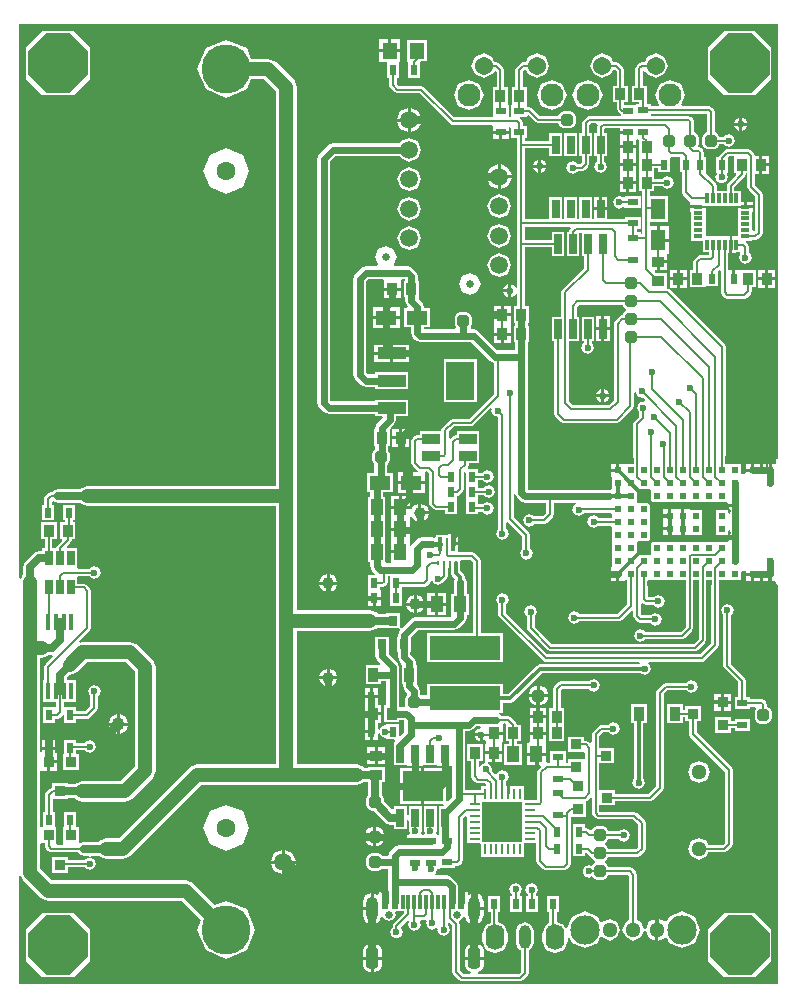
<source format=gtl>
G04*
G04 #@! TF.GenerationSoftware,Altium Limited,Altium Designer,18.0.7 (293)*
G04*
G04 Layer_Physical_Order=1*
G04 Layer_Color=255*
%FSTAX24Y24*%
%MOIN*%
G70*
G01*
G75*
%ADD11C,0.0079*%
%ADD17C,0.0059*%
%ADD24R,0.0433X0.0550*%
%ADD25R,0.2362X0.0787*%
%ADD26R,0.0709X0.0484*%
%ADD27R,0.0354X0.0394*%
%ADD28R,0.0945X0.0394*%
%ADD29R,0.0945X0.1299*%
%ADD30R,0.0354X0.0236*%
%ADD31R,0.0484X0.0709*%
G04:AMPARAMS|DCode=32|XSize=40mil|YSize=40mil|CornerRadius=10mil|HoleSize=0mil|Usage=FLASHONLY|Rotation=270.000|XOffset=0mil|YOffset=0mil|HoleType=Round|Shape=RoundedRectangle|*
%AMROUNDEDRECTD32*
21,1,0.0400,0.0200,0,0,270.0*
21,1,0.0200,0.0400,0,0,270.0*
1,1,0.0200,-0.0100,-0.0100*
1,1,0.0200,-0.0100,0.0100*
1,1,0.0200,0.0100,0.0100*
1,1,0.0200,0.0100,-0.0100*
%
%ADD32ROUNDEDRECTD32*%
%ADD33R,0.0236X0.0354*%
%ADD34R,0.1063X0.1024*%
%ADD35R,0.0138X0.0335*%
%ADD36R,0.0315X0.0138*%
%ADD37R,0.0394X0.0354*%
%ADD38R,0.0374X0.0354*%
%ADD39R,0.0354X0.0374*%
%ADD40R,0.0177X0.0581*%
%ADD41R,0.0256X0.0472*%
%ADD42R,0.0256X0.0600*%
%ADD43R,0.0500X0.0550*%
%ADD44R,0.0256X0.0650*%
%ADD45R,0.0098X0.0177*%
%ADD46R,0.0138X0.0453*%
%ADD47R,0.0079X0.0571*%
%ADD48R,0.0591X0.0354*%
%ADD49R,0.0315X0.0354*%
%ADD50R,0.0354X0.0472*%
%ADD51R,0.0354X0.0472*%
%ADD53R,0.0380X0.0100*%
%ADD54R,0.0100X0.0380*%
G04:AMPARAMS|DCode=55|XSize=40mil|YSize=40mil|CornerRadius=10mil|HoleSize=0mil|Usage=FLASHONLY|Rotation=0.000|XOffset=0mil|YOffset=0mil|HoleType=Round|Shape=RoundedRectangle|*
%AMROUNDEDRECTD55*
21,1,0.0400,0.0200,0,0,0.0*
21,1,0.0200,0.0400,0,0,0.0*
1,1,0.0200,0.0100,-0.0100*
1,1,0.0200,-0.0100,-0.0100*
1,1,0.0200,-0.0100,0.0100*
1,1,0.0200,0.0100,0.0100*
%
%ADD55ROUNDEDRECTD55*%
%ADD56R,0.1339X0.0989*%
%ADD57R,0.0276X0.0600*%
%ADD58R,0.0118X0.0453*%
%ADD59R,0.0236X0.0453*%
%ADD60R,0.0236X0.0236*%
%ADD89R,0.1320X0.1320*%
%ADD110C,0.0236*%
%ADD111C,0.0118*%
%ADD112C,0.0276*%
%ADD113C,0.0472*%
%ADD114C,0.0157*%
%ADD115C,0.0138*%
%ADD116C,0.0512*%
%ADD117C,0.0630*%
%ADD118C,0.1636*%
%ADD119C,0.0256*%
%ADD120C,0.0591*%
%ADD121C,0.0606*%
%ADD122C,0.0768*%
%ADD123O,0.0394X0.0827*%
G04:AMPARAMS|DCode=124|XSize=70.9mil|YSize=39.4mil|CornerRadius=9.8mil|HoleSize=0mil|Usage=FLASHONLY|Rotation=90.000|XOffset=0mil|YOffset=0mil|HoleType=Round|Shape=RoundedRectangle|*
%AMROUNDEDRECTD124*
21,1,0.0709,0.0197,0,0,90.0*
21,1,0.0512,0.0394,0,0,90.0*
1,1,0.0197,0.0098,0.0256*
1,1,0.0197,0.0098,-0.0256*
1,1,0.0197,-0.0098,-0.0256*
1,1,0.0197,-0.0098,0.0256*
%
%ADD124ROUNDEDRECTD124*%
%ADD125O,0.0630X0.0866*%
%ADD126O,0.0394X0.0787*%
%ADD127C,0.0978*%
%ADD128P,0.2131X8X292.5*%
%ADD129P,0.2131X8X202.5*%
%ADD130C,0.0197*%
%ADD131C,0.0276*%
%ADD132C,0.0236*%
%ADD133C,0.0394*%
%ADD134C,0.0433*%
G36*
X035451Y02763D02*
X035378Y02763D01*
Y027484D01*
X035231D01*
Y027266D01*
X035131D01*
Y027484D01*
X034963D01*
Y027484D01*
X034941Y027469D01*
Y027266D01*
X034841D01*
Y027463D01*
X034809Y027484D01*
Y027484D01*
X034641D01*
Y027266D01*
X034591D01*
Y027216D01*
X034372D01*
Y02719D01*
X034331Y027148D01*
X034197Y027148D01*
Y027463D01*
X033823D01*
X033764Y027463D01*
X033744Y027463D01*
X033684D01*
Y027724D01*
X033695Y02775D01*
Y031383D01*
X033657Y031473D01*
X03184Y03329D01*
X031779Y033316D01*
X03175Y033328D01*
X03175Y033328D01*
X031726Y033329D01*
Y033841D01*
X031375D01*
X031333Y033883D01*
X031355Y033938D01*
X0314D01*
Y034215D01*
X03145D01*
Y034265D01*
X031747D01*
Y03448D01*
X031792D01*
Y034884D01*
X03145D01*
Y034934D01*
X0314D01*
Y035389D01*
X031178D01*
Y035533D01*
X031771D01*
Y036399D01*
X031178D01*
Y036574D01*
X031321D01*
Y036722D01*
X03159D01*
X031599Y036699D01*
X03175Y036637D01*
X031901Y036699D01*
X031963Y03685D01*
X031901Y037001D01*
X03175Y037063D01*
X031599Y037001D01*
X03159Y036978D01*
X031321D01*
Y037126D01*
X031321D01*
Y037174D01*
X031321D01*
Y037322D01*
X031453D01*
Y037194D01*
X031847D01*
Y037645D01*
X031875Y037697D01*
X031902Y037697D01*
X032168D01*
Y037194D01*
X032237D01*
Y036535D01*
X032274Y036445D01*
X032474Y036245D01*
X032474Y036245D01*
X032488Y036237D01*
X032488Y036237D01*
X032488Y036237D01*
X032518Y036219D01*
Y0361D01*
X032775D01*
Y036001D01*
X032539D01*
Y036D01*
X032518D01*
Y035881D01*
X032539D01*
Y035706D01*
Y035312D01*
Y034918D01*
X032923D01*
Y034534D01*
X033139D01*
Y034428D01*
X03285D01*
X03276Y03439D01*
X03266Y03429D01*
X032622Y0342D01*
Y033926D01*
X032494D01*
Y033374D01*
X033002D01*
X033006Y033374D01*
X033006Y033374D01*
X033053Y033394D01*
X033053Y033394D01*
X033447D01*
Y033902D01*
X033476Y033929D01*
X033487Y033928D01*
X033533Y033905D01*
Y033189D01*
X033571Y033099D01*
X03366Y03301D01*
X03375Y032972D01*
X0343D01*
X03439Y03301D01*
X034525Y033145D01*
X034563Y033235D01*
Y033374D01*
X034691D01*
Y033926D01*
X034183D01*
Y033927D01*
X034015D01*
Y03365D01*
X033915D01*
Y033927D01*
X033789D01*
Y034513D01*
X033808D01*
Y034534D01*
X033809D01*
Y03478D01*
X033907D01*
Y034534D01*
X033908D01*
Y034513D01*
X034027D01*
Y034534D01*
X034156D01*
X034189Y034475D01*
X034137Y03435D01*
X034199Y034199D01*
X03435Y034137D01*
X034501Y034199D01*
X034563Y03435D01*
X034501Y034501D01*
X034478Y03451D01*
Y0347D01*
X03444Y03479D01*
X034372Y034859D01*
X034387Y034913D01*
X03439Y034918D01*
X034586D01*
Y034938D01*
X034686D01*
X034776Y034975D01*
X03489Y03509D01*
X034928Y03518D01*
Y03645D01*
X03489Y03654D01*
X034678Y036753D01*
Y037153D01*
X034815D01*
Y03745D01*
Y037747D01*
X034678D01*
Y03775D01*
X03464Y03784D01*
X03454Y03794D01*
X03445Y037978D01*
X03375D01*
X03366Y03794D01*
X033475Y037755D01*
X033454Y037706D01*
X033368D01*
Y037194D01*
X033368Y037194D01*
X033368D01*
X033393Y037135D01*
X033352Y037035D01*
X033414Y036884D01*
X033565Y036822D01*
X033716Y036884D01*
X033778Y037035D01*
X033737Y037135D01*
X033762Y037194D01*
X033762D01*
X033762Y037194D01*
Y037681D01*
X033803Y037722D01*
X033979D01*
Y037174D01*
X034024D01*
X034047Y03712D01*
X033767Y03684D01*
X03373Y03675D01*
Y036581D01*
X033395D01*
Y036733D01*
X033358Y036823D01*
X033029Y037152D01*
X033047Y037194D01*
X033047D01*
Y037706D01*
X032978D01*
Y03785D01*
X03294Y03794D01*
X03289Y03799D01*
X0328Y038028D01*
X032796D01*
X032763Y038077D01*
X032793Y03815D01*
Y03835D01*
X032737Y038487D01*
X032628Y038532D01*
Y0389D01*
X03259Y03899D01*
X03254Y03904D01*
X03245Y039078D01*
X031206D01*
Y039137D01*
X033072D01*
Y038532D01*
X032963Y038487D01*
X032907Y03835D01*
Y03815D01*
X032963Y038013D01*
X0331Y037957D01*
X0333D01*
X033437Y038013D01*
X033482Y038122D01*
X03364D01*
X033649Y038099D01*
X0338Y038037D01*
X033951Y038099D01*
X034013Y03825D01*
X033951Y038401D01*
X0338Y038463D01*
X033649Y038401D01*
X03364Y038378D01*
X033482D01*
X033437Y038487D01*
X033328Y038532D01*
Y0392D01*
X03329Y03929D01*
X033225Y039355D01*
X033135Y039393D01*
X032258D01*
X032219Y039452D01*
X032351Y03977D01*
X032204Y040124D01*
X03185Y04027D01*
X031496Y040124D01*
X031349Y03977D01*
X031481Y039452D01*
X031442Y039393D01*
X031206D01*
Y039462D01*
X031078D01*
Y039665D01*
X031071Y039682D01*
Y040076D01*
X030943D01*
Y040569D01*
X030951Y040575D01*
X031025Y04055D01*
X031064Y040458D01*
X031356Y040337D01*
X031648Y040458D01*
X031769Y04075D01*
X031648Y041042D01*
X031356Y041163D01*
X031064Y041042D01*
X030996Y040878D01*
X0309D01*
X03081Y04084D01*
X030725Y040755D01*
X030687Y040665D01*
Y040076D01*
X030559D01*
Y039524D01*
X030822D01*
Y039462D01*
X030694D01*
Y039447D01*
X030313D01*
Y039524D01*
X030441D01*
Y040076D01*
X030313D01*
Y040615D01*
X030275Y040705D01*
X03014Y04084D01*
X03005Y040878D01*
X029945D01*
X029877Y041042D01*
X029584Y041163D01*
X029292Y041042D01*
X029171Y04075D01*
X029292Y040458D01*
X029584Y040337D01*
X029877Y040458D01*
X029941Y040614D01*
X029999Y04062D01*
X030057Y040562D01*
Y040076D01*
X029929D01*
Y039524D01*
X030057D01*
Y039315D01*
X030095Y039225D01*
X03016Y03916D01*
X030194Y039145D01*
Y039078D01*
X02915D01*
X02906Y03904D01*
X028935Y038916D01*
X028897Y038825D01*
Y038497D01*
X028819D01*
Y037739D01*
X028897D01*
Y037528D01*
X028847Y037478D01*
X02876D01*
X028751Y037501D01*
X0286Y037563D01*
X028449Y037501D01*
X028387Y03735D01*
X028449Y037199D01*
X0286Y037137D01*
X028751Y037199D01*
X02876Y037222D01*
X0289D01*
X02899Y03726D01*
X029116Y037385D01*
X029153Y037475D01*
Y037739D01*
X029232D01*
Y038497D01*
X029153D01*
Y038772D01*
X029203Y038822D01*
X029389D01*
X029423Y038763D01*
X029397Y0387D01*
Y038497D01*
X029319D01*
Y037739D01*
X029397D01*
Y037535D01*
X029375Y037526D01*
X029312Y037375D01*
X029375Y037225D01*
X029525Y037162D01*
X029676Y037225D01*
X029738Y037375D01*
X029676Y037526D01*
X029653Y037535D01*
Y037739D01*
X029732D01*
Y038497D01*
X029653D01*
Y038647D01*
X029664Y038658D01*
X030173D01*
Y038585D01*
X03045D01*
Y038485D01*
X030173D01*
Y038347D01*
X030158D01*
Y0381D01*
X030435D01*
X030712D01*
Y038264D01*
X030727Y038317D01*
X03075Y038325D01*
X030809Y038286D01*
Y037774D01*
X030809D01*
Y037726D01*
X030809D01*
Y037174D01*
X030809D01*
Y037126D01*
X030809D01*
Y036574D01*
X030922D01*
Y035128D01*
X030856D01*
Y035197D01*
X030728D01*
Y035303D01*
X030856D01*
Y035697D01*
X030344D01*
Y035628D01*
X029753D01*
Y035932D01*
X029525D01*
X029297D01*
Y035628D01*
X029232D01*
Y036361D01*
X028819D01*
Y035628D01*
X028732D01*
Y036361D01*
X028319D01*
Y035628D01*
X028232D01*
Y036361D01*
X027819D01*
Y035628D01*
X027008D01*
Y03799D01*
X027819D01*
Y037739D01*
X028232D01*
Y038497D01*
X027819D01*
Y038246D01*
X027008D01*
Y038338D01*
X027056D01*
Y038732D01*
X026928D01*
Y03885D01*
X02689Y03894D01*
X02684Y03899D01*
X026831Y038994D01*
X026843Y039053D01*
X027056D01*
Y03908D01*
X027115Y039104D01*
X02736Y03886D01*
X02745Y038822D01*
X028118D01*
X028163Y038713D01*
X0283Y038657D01*
X0285D01*
X028637Y038713D01*
X028693Y03885D01*
Y03905D01*
X028637Y039187D01*
X0285Y039243D01*
X0283D01*
X028163Y039187D01*
X028118Y039078D01*
X027503D01*
X02724Y03934D01*
X02715Y039378D01*
X027056D01*
Y039447D01*
X027071Y039474D01*
X027071D01*
Y040026D01*
X026943D01*
Y040562D01*
X026985Y040604D01*
X027051Y040595D01*
X027108Y040458D01*
X0274Y040337D01*
X027692Y040458D01*
X027813Y04075D01*
X027692Y041042D01*
X0274Y041163D01*
X027108Y041042D01*
X02704Y040878D01*
X02695D01*
X02686Y04084D01*
X026725Y040705D01*
X026687Y040615D01*
Y040026D01*
X026559D01*
Y039474D01*
X026544Y039447D01*
X026544D01*
X026544Y03907D01*
X0265Y039045D01*
X026456Y03907D01*
Y039447D01*
X026456D01*
X026441Y039474D01*
Y040026D01*
X026313D01*
Y040615D01*
X026275Y040705D01*
X02614Y04084D01*
X02605Y040878D01*
X025989D01*
X025921Y041042D01*
X025628Y041163D01*
X025336Y041042D01*
X025215Y04075D01*
X025336Y040458D01*
X025628Y040337D01*
X025921Y040458D01*
X025958Y040547D01*
X026021Y040562D01*
X026057Y040531D01*
Y040026D01*
X025929D01*
Y039474D01*
X025929D01*
X025944Y039447D01*
X025944Y039053D01*
X025896Y039028D01*
X024653D01*
X02364Y04004D01*
X02355Y040078D01*
X022803D01*
X022728Y040153D01*
Y040344D01*
X022797D01*
X022797Y040856D01*
X022848Y040875D01*
X02285D01*
Y0412D01*
X0225D01*
X02215D01*
Y040875D01*
X022352D01*
X022403Y040856D01*
X022403Y040816D01*
Y040344D01*
X022472D01*
Y0401D01*
X02251Y04001D01*
X02266Y03986D01*
X02275Y039822D01*
X023497D01*
X02451Y03881D01*
X0246Y038772D01*
X025872D01*
X025923Y038753D01*
X025923Y038713D01*
Y038585D01*
X0262D01*
X026477D01*
Y038714D01*
X026485Y038717D01*
X026544Y038679D01*
Y038338D01*
X026752D01*
Y0381D01*
Y0355D01*
Y0348D01*
Y033366D01*
X026693Y033354D01*
X026667Y033417D01*
X02655Y033465D01*
Y03325D01*
Y033035D01*
X026667Y033083D01*
X026693Y033146D01*
X026752Y033134D01*
Y032726D01*
X026624D01*
Y032174D01*
X026667D01*
Y032076D01*
X026624D01*
Y031524D01*
X026667D01*
Y031263D01*
X026088D01*
X025451Y031901D01*
X0253Y031963D01*
X0253Y031963D01*
X025214D01*
X02519Y032022D01*
X025243Y03215D01*
Y03235D01*
X025187Y032487D01*
X02505Y032543D01*
X02485D01*
X024713Y032487D01*
X024657Y03235D01*
Y03215D01*
X024709Y032022D01*
X024686Y031963D01*
X023629D01*
Y032029D01*
X023849D01*
Y032671D01*
X023657D01*
X023629Y03272D01*
X023566Y032871D01*
X023566Y032871D01*
X023471Y032966D01*
X023471Y033024D01*
X023471D01*
Y033576D01*
X023428D01*
Y033735D01*
X023428Y033735D01*
X023366Y033886D01*
X023251Y034001D01*
X0231Y034063D01*
X0231Y034063D01*
X022648D01*
X022623Y034122D01*
X022725Y034367D01*
X022619Y034623D01*
X022363Y03473D01*
X022106Y034623D01*
X022Y034367D01*
X022102Y034122D01*
X022077Y034063D01*
X0217D01*
X0217Y034063D01*
X021549Y034001D01*
X021549Y034001D01*
X021349Y033801D01*
X021287Y03365D01*
X021287Y03365D01*
Y03045D01*
X021287Y03045D01*
X021349Y030299D01*
X021549Y030099D01*
X021549Y030099D01*
X0217Y030037D01*
X0217Y030037D01*
X022007D01*
Y029974D01*
X023109D01*
Y030526D01*
X022007D01*
Y030463D01*
X021788D01*
X021713Y030538D01*
Y033562D01*
X021788Y033637D01*
X022265D01*
X022308Y033597D01*
X022308Y033578D01*
Y03335D01*
X022585D01*
X022862D01*
Y033578D01*
X022862Y033597D01*
X022905Y033637D01*
X023002D01*
Y033576D01*
X022959D01*
Y033024D01*
X023002D01*
Y032921D01*
X023002Y032921D01*
X023064Y03277D01*
X023109Y032725D01*
X023086Y032671D01*
X022983D01*
Y032029D01*
X023203D01*
Y031834D01*
X023203Y031834D01*
X023265Y031684D01*
X023349Y031599D01*
X023349Y031599D01*
X0235Y031537D01*
X0235Y031537D01*
X025D01*
X025Y031537D01*
X025Y031537D01*
X025212D01*
X025849Y030899D01*
X025849Y030899D01*
X025972Y030848D01*
Y029803D01*
X025147Y028978D01*
X0246D01*
X02451Y02894D01*
X02426Y02869D01*
X024222Y0286D01*
Y028564D01*
X023505D01*
Y028436D01*
X023408D01*
X023318Y028398D01*
X02326Y02834D01*
X023222Y02825D01*
Y0275D01*
X02326Y02741D01*
X02341Y02726D01*
X02343Y027251D01*
X023418Y027192D01*
X023266D01*
Y0269D01*
X02367D01*
Y027163D01*
X02367Y027192D01*
X023717Y027222D01*
X023747D01*
X023822Y027147D01*
Y02615D01*
X02386Y02606D01*
X02396Y02596D01*
X02405Y025922D01*
X024338D01*
Y025794D01*
X024732D01*
Y026412D01*
X02474D01*
X02483Y02645D01*
X02494Y02656D01*
X024978Y02665D01*
Y027206D01*
X024994Y027217D01*
X025053Y027185D01*
Y026794D01*
Y026294D01*
Y025794D01*
X025447D01*
Y025872D01*
X02559D01*
X025599Y025849D01*
X02575Y025787D01*
X025901Y025849D01*
X025963Y026D01*
X025901Y026151D01*
X02575Y026213D01*
X025599Y026151D01*
X02559Y026128D01*
X025447D01*
Y026422D01*
X02564D01*
X025649Y026399D01*
X0258Y026337D01*
X025951Y026399D01*
X026013Y02655D01*
X025951Y026701D01*
X0258Y026763D01*
X025649Y026701D01*
X02564Y026678D01*
X025447D01*
Y026922D01*
X02559D01*
X025599Y026899D01*
X02575Y026837D01*
X025901Y026899D01*
X025963Y02705D01*
X025901Y027201D01*
X02575Y027263D01*
X025599Y027201D01*
X02559Y027178D01*
X025447D01*
Y027306D01*
X02512D01*
X025102Y027338D01*
X025093Y027365D01*
X025128Y02745D01*
Y027494D01*
X025474D01*
Y028006D01*
X025474D01*
Y028051D01*
X025474D01*
Y028563D01*
X024726D01*
Y028435D01*
X024707D01*
X024617Y028397D01*
X024537Y028318D01*
X024478Y028342D01*
Y028547D01*
X024653Y028722D01*
X0252D01*
X02529Y02876D01*
X025853Y029322D01*
X025903Y029289D01*
X025887Y02925D01*
X025949Y029099D01*
X0261Y029037D01*
X026122Y029022D01*
Y02531D01*
X026099Y025301D01*
X026037Y02515D01*
X026099Y024999D01*
X02625Y024937D01*
X026401Y024999D01*
X026463Y02515D01*
X026401Y025301D01*
X026378Y02531D01*
Y025508D01*
X026437Y025532D01*
X026922Y025047D01*
Y02466D01*
X026899Y024651D01*
X026837Y0245D01*
X026899Y024349D01*
X02705Y024287D01*
X027201Y024349D01*
X027263Y0245D01*
X027201Y024651D01*
X027178Y02466D01*
Y0251D01*
X02714Y02519D01*
X026628Y025703D01*
Y02646D01*
X026687Y026472D01*
X026729Y026369D01*
X026849Y026249D01*
X026849Y026249D01*
X027Y026187D01*
X027Y026187D01*
X027722D01*
Y025853D01*
X027597Y025728D01*
X02731D01*
X027301Y025751D01*
X02715Y025813D01*
X026999Y025751D01*
X026937Y0256D01*
X026999Y025449D01*
X02715Y025387D01*
X027301Y025449D01*
X02731Y025472D01*
X02765D01*
X02774Y02551D01*
X02794Y02571D01*
X027978Y0258D01*
Y026187D01*
X028703D01*
X028715Y026128D01*
X028649Y026101D01*
X028587Y02595D01*
X028649Y025799D01*
X0288Y025737D01*
X028951Y025799D01*
X028967Y025839D01*
X029864D01*
X029906Y025797D01*
X029906Y025731D01*
X029906Y025721D01*
X029882Y025662D01*
X029467D01*
X029451Y025701D01*
X0293Y025763D01*
X029149Y025701D01*
X029087Y02555D01*
X029149Y025399D01*
X0293Y025337D01*
X029451Y025399D01*
X029453Y025406D01*
X029864D01*
X029906Y025364D01*
X029906Y025298D01*
X029906Y025278D01*
Y024924D01*
X029906Y024865D01*
X029906Y024845D01*
Y024491D01*
X029906Y024431D01*
X029906Y024412D01*
Y02407D01*
X029884Y02402D01*
X029884Y023988D01*
Y023852D01*
X030102D01*
Y023802D01*
X030152D01*
Y023583D01*
X03032D01*
Y023583D01*
X030339Y023605D01*
X030418D01*
Y023426D01*
X030408Y0234D01*
Y022803D01*
X030082Y022478D01*
X02881D01*
X028801Y022501D01*
X02865Y022563D01*
X028499Y022501D01*
X028437Y02235D01*
X028499Y022199D01*
X02865Y022137D01*
X028801Y022199D01*
X02881Y022222D01*
X030135D01*
X030226Y02226D01*
X030568Y022601D01*
X030622Y022579D01*
Y0224D01*
X03066Y02231D01*
X03076Y02221D01*
X03085Y022172D01*
X03119D01*
X031199Y022149D01*
X03135Y022087D01*
X031501Y022149D01*
X031563Y0223D01*
X031501Y022451D01*
X03135Y022513D01*
X031199Y022451D01*
X03119Y022428D01*
X030903D01*
X030878Y022453D01*
Y022808D01*
X030937Y022832D01*
X03096Y02281D01*
X03105Y022772D01*
X03129D01*
X031299Y022749D01*
X03145Y022687D01*
X031601Y022749D01*
X031663Y0229D01*
X031601Y023051D01*
X03145Y023113D01*
X031299Y023051D01*
X03129Y023028D01*
X031103D01*
X031096Y023034D01*
Y0234D01*
X031086Y023426D01*
Y023563D01*
X031127Y023605D01*
X031205Y023605D01*
X031224Y023605D01*
X031579D01*
X031638Y023605D01*
X031657Y023605D01*
X032012D01*
X032071Y023605D01*
X032091Y023605D01*
X032377D01*
Y023476D01*
X032366Y02345D01*
Y022053D01*
X032191Y021878D01*
X03101D01*
X031001Y021901D01*
X03085Y021963D01*
X030699Y021901D01*
X030637Y02175D01*
X030699Y021599D01*
X03085Y021537D01*
X031001Y021599D01*
X03101Y021622D01*
X032244D01*
X032334Y02166D01*
X032584Y02191D01*
X032622Y022D01*
Y02345D01*
X032611Y023476D01*
Y023605D01*
X03281D01*
Y023326D01*
X032799Y0233D01*
Y021653D01*
X032624Y021478D01*
X027903D01*
X027328Y022053D01*
Y02239D01*
X027351Y022399D01*
X027413Y02255D01*
X027351Y022701D01*
X0272Y022763D01*
X027049Y022701D01*
X026987Y02255D01*
X027049Y022399D01*
X027072Y02239D01*
Y022D01*
X02711Y02191D01*
X02776Y02126D01*
X02785Y021222D01*
X032677D01*
X032768Y02126D01*
X033018Y02151D01*
X033055Y0216D01*
Y0233D01*
X033044Y023326D01*
Y023605D01*
X033233D01*
Y023476D01*
X033222Y02345D01*
Y021503D01*
X032847Y021128D01*
X027753D01*
X026378Y022503D01*
Y02279D01*
X026401Y022799D01*
X026463Y02295D01*
X026401Y023101D01*
X02625Y023163D01*
X026099Y023101D01*
X026037Y02295D01*
X026099Y022799D01*
X026122Y02279D01*
Y02245D01*
X02616Y02236D01*
X02761Y02091D01*
X0277Y020872D01*
X030813D01*
X030837Y020813D01*
X030823Y020799D01*
X0275D01*
X0275Y020799D01*
X027395Y020755D01*
X026445Y019806D01*
X02626D01*
Y02013D01*
X02374D01*
Y019763D01*
X023547D01*
X023537Y019787D01*
X023513Y019797D01*
Y01992D01*
X023513Y01992D01*
X023451Y020071D01*
X023434Y020088D01*
X023406Y020135D01*
X023406D01*
X023406Y020135D01*
Y020765D01*
X023363D01*
Y02086D01*
X023301Y021011D01*
X023265Y021025D01*
X023251Y021061D01*
X023187Y021124D01*
Y021207D01*
X02321D01*
Y021709D01*
X023438Y021937D01*
X02465D01*
X02465Y021937D01*
X024801Y021999D01*
X024994Y022193D01*
X024994Y022193D01*
X025057Y022344D01*
Y022446D01*
X025139D01*
Y023154D01*
X025063D01*
Y02355D01*
X02501Y023679D01*
Y0237D01*
X024963Y023813D01*
X024855Y023921D01*
Y024179D01*
X024841Y024213D01*
X02488Y024272D01*
X025197D01*
X025272Y024197D01*
Y021822D01*
X02374D01*
Y020878D01*
X02626D01*
Y021822D01*
X025528D01*
Y02425D01*
X02549Y02434D01*
X02534Y02449D01*
X02525Y024528D01*
X024785D01*
Y024759D01*
X024617D01*
Y024809D01*
X024567D01*
Y025135D01*
X024448D01*
Y025114D01*
X024331D01*
Y025114D01*
X024036D01*
Y025024D01*
X023977Y02499D01*
X0239Y025022D01*
X023559D01*
X023559Y025022D01*
X023408Y02496D01*
X023408Y02496D01*
X023249Y024801D01*
X023219Y024728D01*
X02316Y02474D01*
Y024916D01*
Y025241D01*
X022527D01*
Y024916D01*
Y0246D01*
X022844D01*
Y0245D01*
X022527D01*
Y024222D01*
X022527Y024175D01*
X022473Y024163D01*
X022397D01*
X022352Y024196D01*
Y024904D01*
X022352D01*
Y024937D01*
X022352D01*
Y025645D01*
X022352D01*
Y025678D01*
X022352D01*
Y026385D01*
X022269D01*
Y026529D01*
X022617D01*
Y027171D01*
X022413D01*
Y027453D01*
X022437Y027463D01*
X022493Y0276D01*
Y0278D01*
X022448Y02791D01*
Y028074D01*
X022491D01*
Y028626D01*
X022491Y028626D01*
X022491D01*
X022525Y028669D01*
X022651Y028794D01*
X022713Y028945D01*
X022713Y028945D01*
Y029069D01*
X023109D01*
Y02962D01*
X022007D01*
Y029558D01*
X020544D01*
X020513Y029588D01*
Y037562D01*
X020688Y037737D01*
X022833D01*
X022864Y037664D01*
X02315Y037545D01*
X023436Y037664D01*
X023555Y03795D01*
X023436Y038236D01*
X02315Y038355D01*
X022864Y038236D01*
X022833Y038163D01*
X0206D01*
X0206Y038163D01*
X020449Y038101D01*
X020449Y038101D01*
X020149Y037801D01*
X020087Y03765D01*
X020087Y03765D01*
Y0295D01*
X020087Y0295D01*
X020149Y029349D01*
X020305Y029194D01*
X020305Y029194D01*
X020456Y029131D01*
X022007D01*
Y029069D01*
X022239D01*
X022264Y02901D01*
X022084Y028831D01*
X022022Y02868D01*
X021999Y028626D01*
X021979D01*
Y028074D01*
X022022D01*
Y027961D01*
X021963Y027937D01*
X021907Y0278D01*
Y0276D01*
X021963Y027463D01*
X021987Y027453D01*
Y027171D01*
X021751D01*
Y026529D01*
X021843D01*
Y026385D01*
X021761D01*
Y025678D01*
X021761D01*
Y025645D01*
X021761D01*
Y024937D01*
X021761D01*
Y024904D01*
X021761D01*
Y024196D01*
X021843D01*
Y024056D01*
X021843Y024056D01*
X021906Y023906D01*
X021996Y023815D01*
X021974Y023756D01*
X021788D01*
Y023277D01*
X021767D01*
Y02305D01*
X021985D01*
X022203D01*
Y023277D01*
X022182D01*
Y023372D01*
X02225D01*
X02234Y02341D01*
X02239Y02346D01*
X022428Y02355D01*
Y023737D01*
X022503D01*
Y023244D01*
Y022744D01*
X022897D01*
Y023244D01*
Y023372D01*
X02365D01*
X02374Y02341D01*
X02384Y02351D01*
X023861Y023559D01*
X023925D01*
X023949Y023499D01*
X0241Y023437D01*
X024251Y023499D01*
X024272Y023551D01*
X024292Y02356D01*
X024392Y02366D01*
X024429Y02375D01*
Y023991D01*
X024535D01*
Y023855D01*
X024582Y023742D01*
X024677Y023647D01*
X024637Y02355D01*
Y023154D01*
X024548D01*
Y022446D01*
X024548D01*
X024551Y022387D01*
X024533Y022363D01*
X02335D01*
X02335Y022363D01*
X023199Y022301D01*
X022895Y021997D01*
X022836Y022021D01*
Y022506D01*
X022364D01*
Y022484D01*
X022094D01*
X022091Y022491D01*
X02185Y022591D01*
X019391D01*
Y0264D01*
Y04005D01*
X019291Y040291D01*
X018694Y040888D01*
X018453Y040988D01*
X017879D01*
X017736Y041334D01*
X01705Y041618D01*
X016364Y041334D01*
X016079Y040647D01*
X016364Y039961D01*
X01705Y039677D01*
X017736Y039961D01*
X017879Y040306D01*
X018312D01*
X018709Y039909D01*
Y026741D01*
X0124D01*
X012159Y026641D01*
X012156Y026634D01*
X01145D01*
X011284Y026566D01*
X011269Y026528D01*
X0112D01*
X01111Y02649D01*
X01101Y02639D01*
X010972Y0263D01*
Y026106D01*
X010903D01*
Y025594D01*
X011297D01*
Y026106D01*
X011228D01*
Y026216D01*
X011284Y026234D01*
X01145Y026166D01*
X012156D01*
X012159Y026159D01*
X0124Y026059D01*
X018709D01*
Y02225D01*
Y017461D01*
X01607D01*
X01607Y017461D01*
X015829Y017361D01*
X013459Y014991D01*
X01305D01*
X012809Y014891D01*
X012806Y014884D01*
X0123D01*
X012189Y014838D01*
X01213Y014878D01*
Y015358D01*
X012047D01*
Y015856D01*
X011653D01*
Y015358D01*
X011618D01*
Y014837D01*
X011618Y014826D01*
X011593Y014778D01*
X011407D01*
X011382Y014826D01*
Y015358D01*
X011332D01*
Y015856D01*
X011263D01*
Y016292D01*
X011756D01*
Y016323D01*
X012006D01*
X012009Y016317D01*
X01225Y016217D01*
X013658D01*
X013899Y016317D01*
X014591Y017009D01*
X014591Y017009D01*
X014691Y01725D01*
Y0207D01*
X014591Y020941D01*
X014091Y021441D01*
X01385Y021541D01*
X01225D01*
X012171Y021508D01*
X012138Y021557D01*
X01249Y02191D01*
X012528Y022D01*
Y02325D01*
X01249Y02334D01*
X012383Y023448D01*
X012292Y023486D01*
X012081D01*
Y023673D01*
X012104Y023722D01*
X01249D01*
X012499Y023699D01*
X01265Y023637D01*
X012801Y023699D01*
X012863Y02385D01*
X012801Y024001D01*
X01265Y024063D01*
X012499Y024001D01*
X01249Y023978D01*
X012104D01*
X012081Y024027D01*
Y024657D01*
X011755D01*
X011732Y024712D01*
X011855Y024835D01*
X011893Y024925D01*
Y024974D01*
X012021D01*
Y025526D01*
X011943D01*
Y025594D01*
X012012D01*
Y026106D01*
X011618D01*
Y025594D01*
X011687D01*
Y025526D01*
X011509D01*
Y024974D01*
X011556D01*
X011579Y02492D01*
X01141Y02475D01*
X011372Y02466D01*
Y024657D01*
X011254D01*
Y024974D01*
X011391D01*
Y025526D01*
X010879D01*
Y024974D01*
X010998D01*
Y024657D01*
X010919D01*
Y024576D01*
X010792D01*
X010626Y024508D01*
X010334Y024216D01*
X010266Y02405D01*
Y023794D01*
X010259Y023791D01*
X010198Y023645D01*
X010139Y023657D01*
Y042144D01*
X035451D01*
Y02763D01*
D02*
G37*
G36*
X034422Y0367D02*
X03446Y03661D01*
X034672Y036397D01*
Y035255D01*
X034645Y035233D01*
X034586Y035261D01*
Y035509D01*
Y035881D01*
X034607D01*
Y036D01*
X034586D01*
Y036001D01*
X03435D01*
Y03605D01*
X0343D01*
Y036219D01*
X034202D01*
Y036581D01*
X033986D01*
Y036697D01*
X034325Y037037D01*
X034363Y037127D01*
Y037174D01*
X034422D01*
Y0367D01*
D02*
G37*
G36*
X028537Y035318D02*
X02851Y03529D01*
X028481Y035221D01*
X028393D01*
Y034414D01*
X028807D01*
Y035172D01*
X028893D01*
Y034414D01*
X028972D01*
Y034003D01*
X02826Y03329D01*
X028222Y0332D01*
Y032386D01*
X027893D01*
Y031579D01*
X027972D01*
Y02915D01*
X02801Y02906D01*
X02821Y02886D01*
X0283Y028822D01*
X030064D01*
X030154Y02886D01*
X030604Y02931D01*
X030642Y0294D01*
Y029855D01*
X030701Y029867D01*
X030749Y029749D01*
X0309Y029687D01*
X030923Y029696D01*
X031022Y029597D01*
X030989Y029547D01*
X03095Y029563D01*
X030799Y029501D01*
X030737Y02935D01*
X030799Y029199D01*
X030822Y02919D01*
Y029053D01*
X03066Y02889D01*
X030622Y0288D01*
Y0277D01*
X030633Y027674D01*
Y027463D01*
X030371D01*
X03032Y027484D01*
X03032Y027484D01*
X03032Y027484D01*
X030152D01*
Y027266D01*
X030102D01*
Y027216D01*
X029884D01*
Y027048D01*
X029884D01*
X029906Y02703D01*
Y026636D01*
X029906D01*
Y026632D01*
X029848Y026593D01*
X0298Y026613D01*
X027093D01*
Y031524D01*
X027136D01*
Y032076D01*
X027093D01*
Y032174D01*
X027136D01*
Y032726D01*
X027008D01*
Y034689D01*
X027893D01*
Y034414D01*
X028307D01*
Y035221D01*
X027893D01*
Y034945D01*
X027008D01*
Y035372D01*
X028514D01*
X028537Y035318D01*
D02*
G37*
G36*
X030313Y032663D02*
X030389Y032632D01*
Y032568D01*
X030313Y032537D01*
X030268Y032428D01*
X03025D01*
X03016Y03239D01*
X03001Y03224D01*
X029972Y03215D01*
Y029603D01*
X029797Y029428D01*
X028603D01*
X028478Y029553D01*
Y031579D01*
X028807D01*
Y032386D01*
X028728D01*
Y032697D01*
X028803Y032772D01*
X030268D01*
X030313Y032663D01*
D02*
G37*
G36*
X033732Y026203D02*
X033782Y026182D01*
X033807Y026144D01*
X033806Y026141D01*
X034D01*
Y026041D01*
X033806D01*
X033848Y025939D01*
X033858Y025935D01*
Y025876D01*
X033848Y025871D01*
X033823Y02581D01*
X033764Y025822D01*
Y025947D01*
X03337D01*
Y025573D01*
X03337Y025514D01*
X03337Y025494D01*
Y02512D01*
X033764D01*
Y025246D01*
X033823Y025257D01*
X033848Y025196D01*
X033858Y025192D01*
Y025133D01*
X033848Y025129D01*
X033806Y025027D01*
X034D01*
Y024927D01*
X033806D01*
X033807Y024924D01*
X033782Y024886D01*
X033732Y024865D01*
X03337D01*
Y024865D01*
X033331D01*
Y024865D01*
X032937D01*
Y024865D01*
X032898D01*
Y024865D01*
X032524D01*
X032504Y024865D01*
Y024865D01*
X032465D01*
Y024865D01*
X032091D01*
X032031Y024865D01*
X032012Y024865D01*
X031657D01*
X031598Y024865D01*
X031579Y024865D01*
X031208D01*
X031186Y024885D01*
X031165Y024907D01*
Y025278D01*
X031165Y025337D01*
X031165Y025357D01*
Y025711D01*
X031165Y02577D01*
X031165Y02579D01*
Y02616D01*
X031186Y026183D01*
X031208Y026203D01*
X031579D01*
X031638Y026203D01*
X031657Y026203D01*
X032012D01*
X032071Y026203D01*
X032091Y026203D01*
X032445D01*
X032504Y026203D01*
X032524Y026203D01*
X032878D01*
X032937Y026203D01*
X032957Y026203D01*
X033311D01*
X03337Y026203D01*
X03339Y026203D01*
X033732D01*
D02*
G37*
G36*
X031184Y026616D02*
X031205Y026593D01*
X031205Y026577D01*
Y026207D01*
X031184Y026184D01*
X031162Y026164D01*
X030791D01*
X030775Y026164D01*
X030753Y026184D01*
X030732Y026207D01*
X030732Y026223D01*
Y026593D01*
X030747Y026609D01*
X030754Y026615D01*
X030759Y026622D01*
X030775Y026636D01*
X031162D01*
X031184Y026616D01*
D02*
G37*
G36*
Y024883D02*
X031205Y024861D01*
Y024491D01*
X031205Y024474D01*
X031184Y024452D01*
X031162Y024431D01*
X031146Y024431D01*
X030775D01*
X030759Y024446D01*
X030754Y024453D01*
X030732Y024503D01*
Y024845D01*
X030732Y024861D01*
X030753Y024883D01*
X030775Y024904D01*
X030791Y024904D01*
X031162D01*
X031184Y024883D01*
D02*
G37*
G36*
X034372Y02392D02*
Y023852D01*
X034591D01*
Y023802D01*
X034641D01*
Y023583D01*
X034809D01*
Y023583D01*
X034841Y023605D01*
Y023802D01*
X034941D01*
Y023598D01*
X034963Y023583D01*
Y023583D01*
X035131D01*
Y023802D01*
X035231D01*
Y023583D01*
X035336D01*
X035378Y023542D01*
X035378Y023477D01*
X035409Y023477D01*
X035451Y023435D01*
Y010139D01*
X010139D01*
Y013743D01*
X010198Y013755D01*
X010259Y013609D01*
X010859Y013009D01*
X0111Y012909D01*
X015559D01*
X016209Y012259D01*
X016079Y011946D01*
X016364Y01126D01*
X01705Y010976D01*
X017736Y01126D01*
X018021Y011946D01*
X017736Y012633D01*
X01705Y012917D01*
X016672Y01276D01*
X015941Y013491D01*
X0157Y013591D01*
X011241D01*
X010841Y013991D01*
Y014779D01*
X01087Y014826D01*
X010998D01*
Y014724D01*
X011036Y014634D01*
X01111Y01456D01*
X0112Y014522D01*
X012119D01*
X012134Y014484D01*
X0123Y014416D01*
X012473D01*
X012484Y014357D01*
X012462Y014347D01*
X012349Y014301D01*
X01234Y014278D01*
X011756D01*
Y014374D01*
X011244D01*
Y013842D01*
X011756D01*
Y014022D01*
X01234D01*
X012349Y013999D01*
X0125Y013937D01*
X012651Y013999D01*
X012713Y01415D01*
X012651Y014301D01*
X012538Y014347D01*
X012516Y014357D01*
X012527Y014416D01*
X012806D01*
X012809Y014409D01*
X01305Y014309D01*
X0136D01*
X013841Y014409D01*
X016211Y016779D01*
X0214D01*
X021641Y016879D01*
X021644Y016886D01*
X021766D01*
Y016438D01*
X021763Y016437D01*
X021707Y0163D01*
Y0161D01*
X021763Y015963D01*
X0219Y015907D01*
X021962D01*
X022352Y015517D01*
X022518Y015448D01*
X022633D01*
Y015303D01*
X023067D01*
Y0156D01*
X023074Y015607D01*
X023133Y01558D01*
Y015303D01*
X023133D01*
X023137Y01525D01*
X023138Y015246D01*
X023171Y015167D01*
X023138Y015118D01*
X023073D01*
Y01495D01*
X02335D01*
Y01485D01*
X023073D01*
Y014763D01*
X0228D01*
X0228Y014763D01*
X022649Y014701D01*
X022649Y014701D01*
X022517Y014568D01*
X022454Y014417D01*
X0224Y014413D01*
X022247D01*
X022237Y014437D01*
X0221Y014493D01*
X0219D01*
X021763Y014437D01*
X021707Y0143D01*
Y0141D01*
X021763Y013963D01*
X0219Y013907D01*
X0221D01*
X022237Y013963D01*
X022247Y013987D01*
X022454D01*
Y01355D01*
Y0132D01*
X022402D01*
Y012873D01*
X022302D01*
Y0132D01*
X022134D01*
Y013146D01*
X022085Y013113D01*
X021961Y013164D01*
Y012647D01*
Y01213D01*
X022139Y012203D01*
X022214Y012385D01*
X022278D01*
X022316Y012292D01*
X022474Y012226D01*
X022633Y012292D01*
X022698Y01245D01*
X02267Y012519D01*
X022702Y012568D01*
X022958D01*
X022978Y012509D01*
X02263Y012161D01*
X022593Y01207D01*
Y012031D01*
X02257Y012021D01*
X022507Y01187D01*
X02257Y01172D01*
X02272Y011657D01*
X022871Y01172D01*
X022934Y01187D01*
X022871Y012021D01*
X022868Y012037D01*
X023105Y012274D01*
X023155Y012241D01*
X023104Y012117D01*
X023166Y011966D01*
X023317Y011904D01*
X023468Y011966D01*
X02353Y012117D01*
X02349Y012213D01*
X02353Y012272D01*
X02365D01*
X023684Y012286D01*
X023729Y012241D01*
X023694Y012157D01*
X023757Y012007D01*
X023907Y011944D01*
X024044Y012001D01*
X024093Y011964D01*
X024087Y01195D01*
X024149Y011799D01*
X0243Y011737D01*
X024451Y011799D01*
X024513Y01195D01*
X024451Y012101D01*
X024429Y01211D01*
Y012165D01*
X024482Y012187D01*
X024572Y012097D01*
Y01055D01*
X02461Y01046D01*
X02481Y01026D01*
X0249Y010222D01*
X02685D01*
X02694Y01026D01*
X02709Y01041D01*
X027128Y0105D01*
Y011258D01*
X027211Y011292D01*
X027298Y011503D01*
Y011897D01*
X027211Y012108D01*
X027Y012195D01*
X026789Y012108D01*
X026702Y011897D01*
Y011503D01*
X026789Y011292D01*
X026872Y011258D01*
Y010553D01*
X026797Y010478D01*
X025439D01*
X025427Y010537D01*
X025563Y010593D01*
X025626Y010745D01*
Y010951D01*
X025313D01*
X025D01*
Y010745D01*
X025063Y010593D01*
X025199Y010537D01*
X025187Y010478D01*
X024953D01*
X024828Y010603D01*
Y01215D01*
X024812Y012188D01*
X024843Y012265D01*
X024908Y012292D01*
X024947Y012385D01*
X025011D01*
X025086Y012203D01*
X025263Y01213D01*
Y012647D01*
Y013164D01*
X025139Y013113D01*
X02509Y013146D01*
Y0132D01*
X024922D01*
Y012873D01*
X024822D01*
Y0132D01*
X02477D01*
Y013393D01*
X02477Y013393D01*
X024708Y013544D01*
X024708Y013544D01*
X024551Y013701D01*
X0244Y013763D01*
X0244Y013763D01*
X024029D01*
X024017Y013821D01*
X024026Y013824D01*
X024083Y013962D01*
X024131Y013988D01*
X024187Y014003D01*
X024656D01*
Y014072D01*
X02475D01*
X02484Y01411D01*
X0249Y01417D01*
X024938Y01426D01*
Y015657D01*
X025012Y015731D01*
X025066Y015708D01*
Y015224D01*
Y014831D01*
X025511D01*
Y014811D01*
X025531D01*
Y014366D01*
X026969D01*
Y014811D01*
X026989D01*
Y014831D01*
X027372D01*
Y01425D01*
X02741Y01416D01*
X02761Y01396D01*
X0277Y013922D01*
X0283D01*
X02839Y01396D01*
X02849Y01406D01*
X028528Y01415D01*
Y01572D01*
X029024D01*
Y016232D01*
X029024Y016232D01*
X029024D01*
X029075Y016253D01*
X02909Y01626D01*
X029176Y016345D01*
X02923Y016322D01*
Y015842D01*
X029268Y015751D01*
X02936Y01566D01*
X02945Y015622D01*
X030597D01*
X030772Y015447D01*
Y014703D01*
X030697Y014628D01*
X029782D01*
X029737Y014737D01*
X029661Y014768D01*
Y014832D01*
X029737Y014863D01*
X029782Y014972D01*
X03014D01*
X030149Y014949D01*
X0303Y014887D01*
X030451Y014949D01*
X030513Y0151D01*
X030451Y015251D01*
X0303Y015313D01*
X030149Y015251D01*
X03014Y015228D01*
X029782D01*
X029737Y015337D01*
X0296Y015393D01*
X0294D01*
X029263Y015337D01*
X029238Y015276D01*
X029168Y015262D01*
X02914Y01529D01*
X02905Y015328D01*
X028997D01*
Y015456D01*
X028603D01*
Y014965D01*
X028603Y014906D01*
X028603Y014885D01*
Y014394D01*
X028997D01*
Y014501D01*
X029056Y014513D01*
X02916Y01441D01*
X029211Y014388D01*
X029263Y014263D01*
X029339Y014232D01*
Y014168D01*
X029263Y014137D01*
X029237Y014073D01*
X02914Y014113D01*
X028989Y014051D01*
X028927Y0139D01*
X028989Y013749D01*
X02914Y013687D01*
X029237Y013727D01*
X029263Y013663D01*
X0294Y013607D01*
X0296D01*
X029737Y013663D01*
X029782Y013772D01*
X030447D01*
X030485Y013734D01*
Y012259D01*
X030356Y012206D01*
X03025Y01195D01*
X030356Y011694D01*
X030613Y011588D01*
X030869Y011694D01*
X030963Y011921D01*
X031027D01*
X031128Y011678D01*
X03135Y011585D01*
Y01195D01*
Y012315D01*
X031128Y012222D01*
X031027Y011979D01*
X030963D01*
X030869Y012206D01*
X03074Y012259D01*
Y013787D01*
X030703Y013878D01*
X03059Y01399D01*
X0305Y014028D01*
X029782D01*
X029737Y014137D01*
X029661Y014168D01*
Y014232D01*
X029737Y014263D01*
X029782Y014372D01*
X03075D01*
X03084Y01441D01*
X03099Y01456D01*
X031028Y01465D01*
Y0155D01*
X03099Y01559D01*
X03074Y01584D01*
X03065Y015878D01*
X029503D01*
X029486Y015895D01*
Y016094D01*
X030008D01*
Y016222D01*
X03117D01*
X03126Y01626D01*
X03159Y01659D01*
X031628Y01668D01*
Y019797D01*
X031753Y019922D01*
X03239D01*
X032399Y019899D01*
X03255Y019837D01*
X032701Y019899D01*
X032763Y02005D01*
X032701Y020201D01*
X03255Y020263D01*
X032399Y020201D01*
X03239Y020178D01*
X0317D01*
X03161Y02014D01*
X03141Y01994D01*
X031372Y01985D01*
Y016733D01*
X031117Y016478D01*
X030008D01*
Y016606D01*
X029486D01*
Y017494D01*
X029958D01*
Y018006D01*
X029486D01*
Y018405D01*
X029603Y018522D01*
X02979D01*
X029799Y018499D01*
X02995Y018437D01*
X030101Y018499D01*
X030163Y01865D01*
X030101Y018801D01*
X02995Y018863D01*
X029799Y018801D01*
X02979Y018778D01*
X02955D01*
X02946Y01874D01*
X029268Y018549D01*
X02923Y018458D01*
Y018192D01*
X029176Y018169D01*
X02913Y018214D01*
X02904Y018252D01*
X028974D01*
Y01838D01*
X028442D01*
Y017868D01*
X028974D01*
X029022Y017843D01*
Y017657D01*
X028974Y017632D01*
X028442D01*
Y017504D01*
X028356D01*
Y017671D01*
X028368Y0177D01*
X028356Y017729D01*
Y017897D01*
X027844D01*
Y017504D01*
X027757D01*
X027704Y017554D01*
Y01775D01*
X027437D01*
Y017425D01*
X027517D01*
X02754Y01737D01*
X02746Y01729D01*
X027422Y0172D01*
Y016269D01*
X026989D01*
Y016289D01*
X026969D01*
Y016734D01*
X026597D01*
Y016755D01*
X026497D01*
Y016465D01*
X026397D01*
Y016755D01*
X026378D01*
Y01689D01*
X026401Y016899D01*
X026463Y01705D01*
X026401Y017201D01*
X02625Y017263D01*
X026099Y017201D01*
X026075Y017141D01*
X026017Y01713D01*
X025894Y017253D01*
X025913Y0173D01*
X025851Y017451D01*
X025746Y017494D01*
X025758Y017553D01*
X025915D01*
Y0178D01*
X025688D01*
Y017568D01*
X025688Y017553D01*
X025671Y017501D01*
X025549Y017451D01*
X025522Y017385D01*
X025463Y017396D01*
Y017574D01*
X025591D01*
Y018126D01*
X025079D01*
Y017574D01*
X025207D01*
Y017065D01*
X025245Y016975D01*
X025355Y016864D01*
X025446Y016826D01*
X025682D01*
X025715Y016793D01*
X025698Y016734D01*
X025531D01*
Y016593D01*
X025013D01*
Y018562D01*
X025125D01*
X025125Y018562D01*
X025276Y018624D01*
X025388Y018737D01*
X025518D01*
X02553Y018678D01*
X025383Y018617D01*
X025335Y0185D01*
X02555D01*
Y01845D01*
X0256D01*
Y018235D01*
X025659Y018259D01*
X025708Y018226D01*
Y018206D01*
X025708Y018203D01*
X025701Y018147D01*
X025688D01*
Y0179D01*
X025965D01*
X026242D01*
Y018144D01*
X026242Y018147D01*
X026249Y018203D01*
X026262D01*
Y01845D01*
X025985D01*
Y01855D01*
X026262D01*
Y018797D01*
X026311Y018822D01*
X026329D01*
X026359Y018776D01*
Y018224D01*
X026487D01*
Y018154D01*
X026305D01*
Y017446D01*
X026895D01*
Y018154D01*
X026743D01*
Y018224D01*
X026871D01*
Y018776D01*
X026743D01*
Y018785D01*
X026705Y018875D01*
X02654Y01904D01*
X02645Y019078D01*
X02621D01*
X026201Y019101D01*
X02614Y019126D01*
X026152Y019185D01*
X02626D01*
Y019508D01*
X026507D01*
X026507Y019508D01*
X026613Y019552D01*
X027562Y020501D01*
X030849D01*
X030849Y020499D01*
X031Y020437D01*
X031151Y020499D01*
X031213Y02065D01*
X031151Y020801D01*
X031121Y020813D01*
X031132Y020872D01*
X0329D01*
X03299Y02091D01*
X03344Y02136D01*
X033478Y02145D01*
Y02345D01*
X033467Y023476D01*
Y023605D01*
X033744D01*
X033803Y023605D01*
X033823Y023605D01*
X034197D01*
Y023878D01*
X034239Y02392D01*
X034372Y02392D01*
D02*
G37*
G36*
X022364Y021994D02*
X022809D01*
X022834Y021935D01*
X022823Y021925D01*
X022761Y021774D01*
X022761Y021774D01*
Y021719D01*
X022738D01*
Y021207D01*
X022761D01*
Y021036D01*
X022761Y021036D01*
X022823Y020885D01*
X022887Y020821D01*
X022894Y020765D01*
X022894D01*
Y020135D01*
X022937D01*
Y02007D01*
X022937Y02007D01*
X022999Y019919D01*
X023067Y019851D01*
X023063Y019787D01*
X023007Y01965D01*
Y01945D01*
X023022Y019412D01*
X022989Y019363D01*
X022821D01*
Y019426D01*
X022813D01*
Y019716D01*
Y02045D01*
Y020712D01*
X022813Y020712D01*
X022751Y020863D01*
X022751Y020863D01*
X022465Y021149D01*
X022462Y021207D01*
X022462D01*
Y021719D01*
X02199D01*
Y021207D01*
X022013D01*
Y021086D01*
X022013Y021086D01*
X022075Y020935D01*
X022187Y020824D01*
X022162Y020765D01*
X021694D01*
Y020135D01*
X022206D01*
Y020237D01*
X022387D01*
Y019716D01*
Y019426D01*
X022309D01*
Y018874D01*
X022821D01*
Y018937D01*
X022962D01*
X022987Y018912D01*
Y018538D01*
X022851Y018403D01*
X022797Y018425D01*
Y018806D01*
X022403D01*
Y018794D01*
X022354Y018761D01*
X02235Y018763D01*
X022199Y018701D01*
X022162Y018611D01*
X022103Y018623D01*
X022103Y018827D01*
X022152Y018853D01*
X022212D01*
Y0191D01*
X021935D01*
X021658D01*
Y018882D01*
X021658Y018853D01*
X021667Y018798D01*
Y0186D01*
X021885D01*
Y01855D01*
X021935D01*
Y018273D01*
X022103D01*
Y018477D01*
X022162Y018489D01*
X022199Y018399D01*
X02235Y018337D01*
X022354Y018339D01*
X022403Y018306D01*
Y018294D01*
X02265D01*
X022678Y01824D01*
X022654Y018197D01*
X022633D01*
Y017439D01*
X023062D01*
X023112Y017418D01*
X023112Y017418D01*
X023112Y017418D01*
X0233D01*
Y017818D01*
X0234D01*
Y017418D01*
X023588D01*
Y017418D01*
X023633Y017439D01*
X024067D01*
X024112Y017418D01*
Y017418D01*
X0243D01*
Y017818D01*
X0244D01*
Y017418D01*
X024587D01*
Y016388D01*
X024424Y016226D01*
X02437Y016248D01*
Y0167D01*
X02365D01*
Y016155D01*
X024277D01*
X024299Y016101D01*
X02426Y016061D01*
X024133D01*
Y015303D01*
X024137D01*
Y015118D01*
X024062D01*
X024029Y015167D01*
X024062Y015246D01*
X024063Y01525D01*
X024067Y015303D01*
X024067D01*
Y016061D01*
X023633D01*
Y015303D01*
X023633D01*
X023637Y01525D01*
X023638Y015246D01*
X023671Y015167D01*
X023638Y015118D01*
X023562D01*
X023529Y015167D01*
X023562Y015246D01*
X023563Y01525D01*
X023567Y015303D01*
X023567D01*
Y016061D01*
X023133D01*
Y015784D01*
X023074Y015758D01*
X023067Y015765D01*
Y016061D01*
X022633D01*
Y015982D01*
X022574Y015957D01*
X022293Y016238D01*
Y0163D01*
X022237Y016437D01*
X022234Y016438D01*
Y016864D01*
X022326D01*
Y017376D01*
X021774D01*
Y017354D01*
X021644D01*
X021641Y017361D01*
X0214Y017461D01*
X019391D01*
Y021909D01*
X02185D01*
X022091Y022009D01*
X022094Y022016D01*
X022364D01*
Y021994D01*
D02*
G37*
G36*
X011288Y021069D02*
X011026Y020807D01*
X010988Y020716D01*
Y020262D01*
X010949D01*
Y019524D01*
X011372D01*
Y019398D01*
X011332Y019356D01*
X010938D01*
Y018844D01*
X011332D01*
Y018972D01*
X0114D01*
X01149Y01901D01*
X01159Y01911D01*
X011594Y019119D01*
X011653Y019107D01*
Y018844D01*
X012047D01*
Y018972D01*
X0124D01*
X01249Y01901D01*
X01274Y01926D01*
X012778Y01935D01*
Y01974D01*
X012801Y019749D01*
X012863Y0199D01*
X012801Y020051D01*
X01265Y020113D01*
X012499Y020051D01*
X012437Y0199D01*
X012499Y019749D01*
X012522Y01974D01*
Y019403D01*
X012347Y019228D01*
X012047D01*
Y019356D01*
X011653Y019356D01*
X011628Y019404D01*
Y019524D01*
X012051D01*
Y020262D01*
X011734D01*
Y020353D01*
X011818Y020437D01*
X011825Y020434D01*
X012066Y020534D01*
X012391Y020859D01*
X013709D01*
X014009Y020559D01*
Y017391D01*
X013517Y016899D01*
X01225D01*
X012009Y016799D01*
X012006Y016792D01*
X011756D01*
Y016824D01*
X011244D01*
Y01668D01*
X011167Y016648D01*
X011045Y016526D01*
X011007Y016435D01*
Y015856D01*
X010938D01*
Y015358D01*
X01087D01*
X010841Y015405D01*
Y017199D01*
X010849Y017255D01*
X0109Y017255D01*
X011076D01*
Y017542D01*
X011126D01*
Y017592D01*
X011403D01*
Y017829D01*
X011353D01*
Y01795D01*
X011135D01*
X010917D01*
Y017871D01*
X010904Y017858D01*
X010842Y017879D01*
X010841Y017885D01*
Y021009D01*
X0109D01*
X011141Y021109D01*
X011144Y021116D01*
X01125D01*
X011255Y021118D01*
X011288Y021069D01*
D02*
G37*
%LPC*%
G36*
X02285Y041625D02*
X02255D01*
Y0413D01*
X02285D01*
Y041625D01*
D02*
G37*
G36*
X02245D02*
X02215D01*
Y0413D01*
X02245D01*
Y041625D01*
D02*
G37*
G36*
X023729Y041604D02*
X023071D01*
Y040896D01*
X023076D01*
X023118Y040856D01*
Y040344D01*
X023512D01*
Y040856D01*
X023554Y040896D01*
X023729D01*
Y041604D01*
D02*
G37*
G36*
X034689Y041913D02*
X033626D01*
X033094Y041382D01*
Y040318D01*
X033626Y039787D01*
X034689D01*
X03522Y040318D01*
Y041382D01*
X034689Y041913D01*
D02*
G37*
G36*
X011965D02*
X010902D01*
X01037Y041382D01*
Y040318D01*
X010902Y039787D01*
X011965D01*
X012496Y040318D01*
Y041382D01*
X011965Y041913D01*
D02*
G37*
G36*
X02909Y04027D02*
X028736Y040124D01*
X028589Y03977D01*
X028736Y039416D01*
X02909Y039269D01*
X029444Y039416D01*
X029591Y03977D01*
X029444Y040124D01*
X02909Y04027D01*
D02*
G37*
G36*
X027894D02*
X02754Y040124D01*
X027393Y03977D01*
X02754Y039416D01*
X027894Y039269D01*
X028248Y039416D01*
X028395Y03977D01*
X028248Y040124D01*
X027894Y04027D01*
D02*
G37*
G36*
X025134D02*
X02478Y040124D01*
X024634Y03977D01*
X02478Y039416D01*
X025134Y039269D01*
X025488Y039416D01*
X025635Y03977D01*
X025488Y040124D01*
X025134Y04027D01*
D02*
G37*
G36*
X0232Y039341D02*
Y038984D01*
X023557D01*
X023453Y039237D01*
X0232Y039341D01*
D02*
G37*
G36*
X0231D02*
X022847Y039237D01*
X022743Y038984D01*
X0231D01*
Y039341D01*
D02*
G37*
G36*
X03425Y039015D02*
Y03885D01*
X034415D01*
X034367Y038967D01*
X03425Y039015D01*
D02*
G37*
G36*
X03415D02*
X034033Y038967D01*
X033985Y03885D01*
X03415D01*
Y039015D01*
D02*
G37*
G36*
X034415Y03875D02*
X03425D01*
Y038585D01*
X034367Y038633D01*
X034415Y03875D01*
D02*
G37*
G36*
X03415D02*
X033985D01*
X034033Y038633D01*
X03415Y038585D01*
Y03875D01*
D02*
G37*
G36*
X023557Y038884D02*
X0232D01*
Y038527D01*
X023453Y038632D01*
X023557Y038884D01*
D02*
G37*
G36*
X0231D02*
X022743D01*
X022847Y038632D01*
X0231Y038527D01*
Y038884D01*
D02*
G37*
G36*
X026477Y038485D02*
X02625D01*
Y038317D01*
X026477D01*
Y038485D01*
D02*
G37*
G36*
X02615D02*
X025923D01*
Y038317D01*
X02615D01*
Y038485D01*
D02*
G37*
G36*
X028732Y038497D02*
X028319D01*
Y037739D01*
X028732D01*
Y038497D01*
D02*
G37*
G36*
X035142Y037747D02*
X034915D01*
Y0375D01*
X035142D01*
Y037747D01*
D02*
G37*
G36*
X030712Y038D02*
X030435D01*
X030158D01*
Y037806D01*
X030158Y037753D01*
X030158Y037694D01*
Y0375D01*
X030435D01*
X030712D01*
Y037694D01*
X030712Y037747D01*
X030712Y037806D01*
Y038D01*
D02*
G37*
G36*
X02755Y037615D02*
Y03745D01*
X027715D01*
X027667Y037567D01*
X02755Y037615D01*
D02*
G37*
G36*
X02745D02*
X027333Y037567D01*
X027285Y03745D01*
X02745D01*
Y037615D01*
D02*
G37*
G36*
X027715Y03735D02*
X02755D01*
Y037185D01*
X027667Y037233D01*
X027715Y03735D01*
D02*
G37*
G36*
X02745D02*
X027285D01*
X027333Y037233D01*
X02745Y037185D01*
Y03735D01*
D02*
G37*
G36*
X035142Y0374D02*
X034915D01*
Y037153D01*
X035142D01*
Y0374D01*
D02*
G37*
G36*
X0262Y037457D02*
Y0371D01*
X026557D01*
X026453Y037353D01*
X0262Y037457D01*
D02*
G37*
G36*
X0261D02*
X025847Y037353D01*
X025743Y0371D01*
X0261D01*
Y037457D01*
D02*
G37*
G36*
X030712Y0374D02*
X030435D01*
X030158D01*
Y037206D01*
X030158Y037153D01*
X030158Y037094D01*
Y0369D01*
X030435D01*
X030712D01*
Y037094D01*
X030712Y037147D01*
X030712Y037206D01*
Y0374D01*
D02*
G37*
G36*
X026557Y037D02*
X0262D01*
Y036643D01*
X026453Y036747D01*
X026557Y037D01*
D02*
G37*
G36*
X0261D02*
X025743D01*
X025847Y036747D01*
X0261Y036643D01*
Y037D01*
D02*
G37*
G36*
X02315Y037371D02*
X022864Y037252D01*
X022745Y036966D01*
X022864Y036679D01*
X02315Y036561D01*
X023436Y036679D01*
X023555Y036966D01*
X023436Y037252D01*
X02315Y037371D01*
D02*
G37*
G36*
X030712Y0368D02*
X030485D01*
Y036553D01*
X030712D01*
Y0368D01*
D02*
G37*
G36*
X030385D02*
X030158D01*
Y036553D01*
X030385D01*
Y0368D01*
D02*
G37*
G36*
X01705Y038011D02*
X016508Y037786D01*
X016283Y037244D01*
X016508Y036701D01*
X01705Y036477D01*
X017592Y036701D01*
X017817Y037244D01*
X017592Y037786D01*
X01705Y038011D01*
D02*
G37*
G36*
X029753Y036382D02*
X029575D01*
Y036032D01*
X029753D01*
Y036382D01*
D02*
G37*
G36*
X029475D02*
X029297D01*
Y036032D01*
X029475D01*
Y036382D01*
D02*
G37*
G36*
X03015Y036413D02*
X029999Y036351D01*
X029937Y0362D01*
X029999Y036049D01*
X03015Y035987D01*
X030285Y036043D01*
X030344Y036018D01*
Y036018D01*
X030856D01*
Y036412D01*
X030344D01*
Y036384D01*
X030285Y036357D01*
X03015Y036413D01*
D02*
G37*
G36*
X02615Y036471D02*
X025864Y036352D01*
X025745Y036066D01*
X025864Y035779D01*
X02615Y035661D01*
X026436Y035779D01*
X026555Y036066D01*
X026436Y036352D01*
X02615Y036471D01*
D02*
G37*
G36*
X02315Y036386D02*
X022864Y036268D01*
X022745Y035982D01*
X022864Y035695D01*
X02315Y035577D01*
X023436Y035695D01*
X023555Y035982D01*
X023436Y036268D01*
X02315Y036386D01*
D02*
G37*
G36*
X031792Y035389D02*
X0315D01*
Y034984D01*
X031792D01*
Y035389D01*
D02*
G37*
G36*
X02615Y035486D02*
X025864Y035368D01*
X025745Y035082D01*
X025864Y034795D01*
X02615Y034677D01*
X026436Y034795D01*
X026555Y035082D01*
X026436Y035368D01*
X02615Y035486D01*
D02*
G37*
G36*
X02315Y035402D02*
X022864Y035284D01*
X022745Y034997D01*
X022864Y034711D01*
X02315Y034592D01*
X023436Y034711D01*
X023555Y034997D01*
X023436Y035284D01*
X02315Y035402D01*
D02*
G37*
G36*
X031747Y034165D02*
X0315D01*
Y033938D01*
X031747D01*
Y034165D01*
D02*
G37*
G36*
X032397Y033947D02*
X03217D01*
Y0337D01*
X032397D01*
Y033947D01*
D02*
G37*
G36*
X035342D02*
X035115D01*
Y0337D01*
X035342D01*
Y033947D01*
D02*
G37*
G36*
X035015D02*
X034788D01*
Y0337D01*
X035015D01*
Y033947D01*
D02*
G37*
G36*
X03207D02*
X031843D01*
Y0337D01*
X03207D01*
Y033947D01*
D02*
G37*
G36*
X02615Y034502D02*
X025864Y034383D01*
X025745Y034097D01*
X025864Y033811D01*
X02615Y033692D01*
X026436Y033811D01*
X026555Y034097D01*
X026436Y034383D01*
X02615Y034502D01*
D02*
G37*
G36*
X035065Y03365D02*
D01*
D01*
D01*
D02*
G37*
G36*
X035342Y0336D02*
X035115D01*
Y033353D01*
X035342D01*
Y0336D01*
D02*
G37*
G36*
X035015D02*
X034788D01*
Y033353D01*
X035015D01*
Y0336D01*
D02*
G37*
G36*
X032397D02*
X03217D01*
Y033353D01*
X032397D01*
Y0336D01*
D02*
G37*
G36*
X03207D02*
X031843D01*
Y033353D01*
X03207D01*
Y0336D01*
D02*
G37*
G36*
X02645Y033465D02*
X026333Y033417D01*
X026285Y0333D01*
X02645D01*
Y033465D01*
D02*
G37*
G36*
X025166Y03383D02*
X02491Y033723D01*
X024804Y033467D01*
X02491Y033211D01*
X025166Y033105D01*
X025422Y033211D01*
X025528Y033467D01*
X025422Y033723D01*
X025166Y03383D01*
D02*
G37*
G36*
X02645Y0332D02*
X026285D01*
X026333Y033083D01*
X02645Y033035D01*
Y0332D01*
D02*
G37*
G36*
X022862Y03325D02*
X022635D01*
Y033003D01*
X022862D01*
Y03325D01*
D02*
G37*
G36*
X022535D02*
X022308D01*
Y033003D01*
X022535D01*
Y03325D01*
D02*
G37*
G36*
X026527Y032747D02*
X0263D01*
Y0325D01*
X026527D01*
Y032747D01*
D02*
G37*
G36*
X0262D02*
X025973D01*
Y0325D01*
X0262D01*
Y032747D01*
D02*
G37*
G36*
X022839Y032692D02*
X022434D01*
Y0324D01*
X022839D01*
Y032692D01*
D02*
G37*
G36*
X022334D02*
X02193D01*
Y0324D01*
X022334D01*
Y032692D01*
D02*
G37*
G36*
X022839Y0323D02*
X022434D01*
Y032008D01*
X022839D01*
Y0323D01*
D02*
G37*
G36*
X022334D02*
X02193D01*
Y032008D01*
X022334D01*
Y0323D01*
D02*
G37*
G36*
X026527Y0324D02*
X02625D01*
X025973D01*
Y032156D01*
X025973Y032153D01*
Y032097D01*
X025973Y032094D01*
Y03185D01*
X02625D01*
X026527D01*
Y032094D01*
X026527Y032097D01*
Y032153D01*
X026527Y032156D01*
Y0324D01*
D02*
G37*
G36*
Y03175D02*
X0263D01*
Y031503D01*
X026527D01*
Y03175D01*
D02*
G37*
G36*
X0262D02*
X025973D01*
Y031503D01*
X0262D01*
Y03175D01*
D02*
G37*
G36*
X023131Y031452D02*
X022608D01*
Y031206D01*
X023131D01*
Y031452D01*
D02*
G37*
G36*
X022508D02*
X021986D01*
Y031206D01*
X022508D01*
Y031452D01*
D02*
G37*
G36*
X023131Y031106D02*
X022608D01*
Y030859D01*
X023131D01*
Y031106D01*
D02*
G37*
G36*
X022508D02*
X021986D01*
Y030859D01*
X022508D01*
Y031106D01*
D02*
G37*
G36*
X025393Y030978D02*
X024291D01*
Y029522D01*
X025393D01*
Y030978D01*
D02*
G37*
G36*
X023142Y028647D02*
X022915D01*
Y0284D01*
X023142D01*
Y028647D01*
D02*
G37*
G36*
X022815D02*
X022588D01*
Y0284D01*
X022815D01*
Y028647D01*
D02*
G37*
G36*
X023142Y0283D02*
X022915D01*
Y028053D01*
X023142D01*
Y0283D01*
D02*
G37*
G36*
X022815D02*
X022588D01*
Y028053D01*
X022815D01*
Y0283D01*
D02*
G37*
G36*
X034541Y027484D02*
X034372D01*
Y027316D01*
X034541D01*
Y027484D01*
D02*
G37*
G36*
X023166Y027192D02*
X022761D01*
Y0269D01*
X023166D01*
Y027192D01*
D02*
G37*
G36*
X02367Y0268D02*
X023266D01*
Y026508D01*
X02367D01*
Y0268D01*
D02*
G37*
G36*
X023166D02*
X022761D01*
Y026508D01*
X023166D01*
Y0268D01*
D02*
G37*
G36*
X02316Y026406D02*
X022894D01*
Y026081D01*
X02316D01*
Y026406D01*
D02*
G37*
G36*
X022794D02*
X022527D01*
Y026081D01*
X022794D01*
Y026406D01*
D02*
G37*
G36*
X02345Y026151D02*
X023273Y026077D01*
X023219Y025948D01*
X02316Y02596D01*
Y025981D01*
X022527D01*
Y025656D01*
Y025341D01*
X02316D01*
Y02574D01*
X023219Y025752D01*
X023273Y025623D01*
X02345Y025549D01*
Y02585D01*
Y026151D01*
D02*
G37*
G36*
X02355D02*
Y0259D01*
X023801D01*
X023727Y026077D01*
X02355Y026151D01*
D02*
G37*
G36*
X023801Y0258D02*
X02355D01*
Y025549D01*
X023727Y025623D01*
X023801Y0258D01*
D02*
G37*
G36*
X024785Y025135D02*
X024667D01*
Y024859D01*
X024785D01*
Y025135D01*
D02*
G37*
G36*
X030052Y023752D02*
X029884D01*
Y023583D01*
X030052D01*
Y023752D01*
D02*
G37*
G36*
X0205Y023801D02*
Y02355D01*
X020751D01*
X020677Y023727D01*
X0205Y023801D01*
D02*
G37*
G36*
X0204D02*
X020223Y023727D01*
X020149Y02355D01*
X0204D01*
Y023801D01*
D02*
G37*
G36*
X020751Y02345D02*
X0205D01*
Y023199D01*
X020677Y023273D01*
X020751Y02345D01*
D02*
G37*
G36*
X0204D02*
X020149D01*
X020223Y023273D01*
X0204Y023199D01*
Y02345D01*
D02*
G37*
G36*
X0234Y023101D02*
Y02285D01*
X023651D01*
X023577Y023027D01*
X0234Y023101D01*
D02*
G37*
G36*
X0233D02*
X023123Y023027D01*
X023049Y02285D01*
X0233D01*
Y023101D01*
D02*
G37*
G36*
X024373Y023175D02*
X024106D01*
Y02285D01*
X024373D01*
Y023175D01*
D02*
G37*
G36*
X024006D02*
X02374D01*
Y02285D01*
X024006D01*
Y023175D01*
D02*
G37*
G36*
X022203Y02295D02*
X022035D01*
Y022723D01*
X022203D01*
Y02295D01*
D02*
G37*
G36*
X021935D02*
X021767D01*
Y022723D01*
X021935D01*
Y02295D01*
D02*
G37*
G36*
X023651Y02275D02*
X0234D01*
Y022499D01*
X023577Y022573D01*
X023651Y02275D01*
D02*
G37*
G36*
X0233D02*
X023049D01*
X023123Y022573D01*
X0233Y022499D01*
Y02275D01*
D02*
G37*
G36*
X024373Y02275D02*
X024106D01*
Y022425D01*
X024373D01*
Y02275D01*
D02*
G37*
G36*
X024006D02*
X02374D01*
Y022425D01*
X024006D01*
Y02275D01*
D02*
G37*
G36*
X034607Y036219D02*
X0344D01*
Y0361D01*
X034607D01*
Y036219D01*
D02*
G37*
G36*
X030052Y027484D02*
X029884D01*
Y027316D01*
X030052D01*
Y027484D01*
D02*
G37*
G36*
X029828Y032407D02*
X02965D01*
Y032033D01*
X029828D01*
Y032407D01*
D02*
G37*
G36*
X02955D02*
X029372D01*
Y032033D01*
X02955D01*
Y032407D01*
D02*
G37*
G36*
X029828Y031933D02*
X02965D01*
Y031558D01*
X029828D01*
Y031933D01*
D02*
G37*
G36*
X02955D02*
X029372D01*
Y031558D01*
X02955D01*
Y031933D01*
D02*
G37*
G36*
X029307Y032386D02*
X028893D01*
Y031579D01*
X028972D01*
Y03151D01*
X028949Y031501D01*
X028887Y03135D01*
X028949Y031199D01*
X0291Y031137D01*
X029251Y031199D01*
X029313Y03135D01*
X029251Y031501D01*
X029228Y03151D01*
Y031579D01*
X029307D01*
Y032386D01*
D02*
G37*
G36*
X02965Y029965D02*
Y0298D01*
X029815D01*
X029767Y029917D01*
X02965Y029965D01*
D02*
G37*
G36*
X02955D02*
X029433Y029917D01*
X029385Y0298D01*
X02955D01*
Y029965D01*
D02*
G37*
G36*
X029815Y0297D02*
X02965D01*
Y029535D01*
X029767Y029583D01*
X029815Y0297D01*
D02*
G37*
G36*
X02955D02*
X029385D01*
X029433Y029583D01*
X02955Y029535D01*
Y0297D01*
D02*
G37*
G36*
X031785Y025969D02*
X031617D01*
Y0258D01*
X031785D01*
Y025969D01*
D02*
G37*
G36*
X032486Y025969D02*
X032454Y025969D01*
X032318D01*
Y02575D01*
X032218D01*
Y025969D01*
X031885D01*
Y02575D01*
X031835D01*
Y0257D01*
X031617D01*
Y025532D01*
Y025367D01*
X031835D01*
Y025317D01*
X031885D01*
Y025099D01*
X032218D01*
Y025317D01*
X032318D01*
Y025099D01*
X032454D01*
X032486Y025099D01*
X032536Y02512D01*
X032898D01*
Y025494D01*
X032898Y025554D01*
X032898Y025573D01*
Y025947D01*
X032536D01*
X032486Y025969D01*
D02*
G37*
G36*
X031785Y025267D02*
X031617D01*
Y025099D01*
X031785D01*
Y025267D01*
D02*
G37*
G36*
X034541Y023752D02*
X034372D01*
Y023583D01*
X034541D01*
Y023752D01*
D02*
G37*
G36*
X0293Y020313D02*
X029149Y020251D01*
X02914Y020228D01*
X0282D01*
X02811Y02019D01*
X027975Y020055D01*
X027937Y019965D01*
Y019326D01*
X027809D01*
Y018774D01*
Y018224D01*
X028321D01*
Y018774D01*
Y019326D01*
X028193D01*
Y019912D01*
X028253Y019972D01*
X02914D01*
X029149Y019949D01*
X0293Y019887D01*
X029451Y019949D01*
X029513Y0201D01*
X029451Y020251D01*
X0293Y020313D01*
D02*
G37*
G36*
X02755Y020066D02*
X0275D01*
Y0198D01*
X027766D01*
Y01985D01*
X027703Y020003D01*
X02755Y020066D01*
D02*
G37*
G36*
X0274D02*
X02735D01*
X027197Y020003D01*
X027134Y01985D01*
Y0198D01*
X0274D01*
Y020066D01*
D02*
G37*
G36*
X033879Y019801D02*
X033642D01*
Y019574D01*
X033879D01*
Y019801D01*
D02*
G37*
G36*
X033542D02*
X033305D01*
Y019574D01*
X033542D01*
Y019801D01*
D02*
G37*
G36*
X027766Y0197D02*
X0275D01*
Y019434D01*
X02755D01*
X027703Y019497D01*
X027766Y01965D01*
Y0197D01*
D02*
G37*
G36*
X0274D02*
X027134D01*
Y01965D01*
X027197Y019497D01*
X02735Y019434D01*
X0274D01*
Y0197D01*
D02*
G37*
G36*
X033879Y019474D02*
X033642D01*
Y019247D01*
X033879D01*
Y019474D01*
D02*
G37*
G36*
X033542D02*
X033305D01*
Y019247D01*
X033542D01*
Y019474D01*
D02*
G37*
G36*
X027712Y019347D02*
X027485D01*
Y0191D01*
X027712D01*
Y019347D01*
D02*
G37*
G36*
X027385D02*
X027158D01*
Y0191D01*
X027385D01*
Y019347D01*
D02*
G37*
G36*
X03375Y022813D02*
X033599Y022751D01*
X033537Y0226D01*
X033599Y022449D01*
X033622Y02244D01*
Y02075D01*
X03366Y02066D01*
X034122Y020197D01*
Y019697D01*
X033994D01*
Y019303D01*
X034506D01*
Y019372D01*
X034671D01*
X034703Y019313D01*
X034657Y0192D01*
Y019D01*
X034713Y018863D01*
X03485Y018807D01*
X03505D01*
X035187Y018863D01*
X035243Y019D01*
Y0192D01*
X035187Y019337D01*
X035078Y019382D01*
Y01945D01*
X03504Y01954D01*
X03499Y01959D01*
X0349Y019628D01*
X034506D01*
Y019697D01*
X034378D01*
Y02025D01*
X03434Y02034D01*
X033878Y020803D01*
Y02244D01*
X033901Y022449D01*
X033963Y0226D01*
X033901Y022751D01*
X03375Y022813D01*
D02*
G37*
G36*
X033858Y019032D02*
X033326D01*
Y01852D01*
X033858D01*
Y018657D01*
X033994D01*
Y018588D01*
X034506D01*
Y018982D01*
X033994D01*
Y018913D01*
X033858D01*
Y019032D01*
D02*
G37*
G36*
X027712Y019D02*
X027435D01*
X027158D01*
Y018753D01*
Y01855D01*
X027435D01*
X027712D01*
Y018753D01*
Y019D01*
D02*
G37*
G36*
X0255Y0184D02*
X025335D01*
X025383Y018283D01*
X0255Y018235D01*
Y0184D01*
D02*
G37*
G36*
X027712Y01845D02*
X027435D01*
X027158D01*
Y018234D01*
X027158Y018203D01*
X02711Y018175D01*
X027071D01*
Y01785D01*
X027387D01*
X027704D01*
Y018148D01*
X027712Y018203D01*
X027712Y018231D01*
Y01845D01*
D02*
G37*
G36*
X026242Y0178D02*
X026015D01*
Y017553D01*
X026242D01*
Y0178D01*
D02*
G37*
G36*
X027337Y01775D02*
X027071D01*
Y017425D01*
X027337D01*
Y01775D01*
D02*
G37*
G36*
X0328Y017571D02*
X032544Y017465D01*
X032438Y017209D01*
X032544Y016953D01*
X0328Y016847D01*
X033056Y016953D01*
X033162Y017209D01*
X033056Y017465D01*
X0328Y017571D01*
D02*
G37*
G36*
X031056Y019465D02*
X030544D01*
Y018835D01*
X030651D01*
Y017001D01*
X030649Y017001D01*
X030587Y01685D01*
X030649Y016699D01*
X0308Y016637D01*
X030951Y016699D01*
X031013Y01685D01*
X030951Y017001D01*
X030949Y017001D01*
Y018835D01*
X031056D01*
Y019465D01*
D02*
G37*
G36*
X0221Y015366D02*
X02205D01*
Y0151D01*
X022316D01*
Y01515D01*
X022253Y015303D01*
X0221Y015366D01*
D02*
G37*
G36*
X02195D02*
X0219D01*
X021747Y015303D01*
X021684Y01515D01*
Y0151D01*
X02195D01*
Y015366D01*
D02*
G37*
G36*
X032256Y019465D02*
X031744D01*
Y018835D01*
X032256D01*
Y019022D01*
X032342D01*
Y018894D01*
X03248D01*
Y01846D01*
X032517Y01837D01*
X033672Y017215D01*
Y014853D01*
X033597Y014778D01*
X033109D01*
X033056Y014906D01*
X0328Y015012D01*
X032544Y014906D01*
X032438Y01465D01*
X032544Y014394D01*
X0328Y014288D01*
X033056Y014394D01*
X033109Y014522D01*
X03365D01*
X03374Y01456D01*
X03389Y01471D01*
X033928Y0148D01*
Y017268D01*
X03389Y017358D01*
X032736Y018513D01*
Y018894D01*
X032874D01*
Y019406D01*
X032342D01*
Y019278D01*
X032256D01*
Y019465D01*
D02*
G37*
G36*
X022316Y015D02*
X02205D01*
Y014734D01*
X0221D01*
X022253Y014797D01*
X022316Y01495D01*
Y015D01*
D02*
G37*
G36*
X02195D02*
X021684D01*
Y01495D01*
X021747Y014797D01*
X0219Y014734D01*
X02195D01*
Y015D01*
D02*
G37*
G36*
X01705Y016117D02*
X016508Y015892D01*
X016283Y01535D01*
X016508Y014808D01*
X01705Y014583D01*
X017592Y014808D01*
X017817Y01535D01*
X017592Y015892D01*
X01705Y016117D01*
D02*
G37*
G36*
X019Y014607D02*
Y01425D01*
X019357D01*
X019253Y014503D01*
X019Y014607D01*
D02*
G37*
G36*
X0189D02*
X018647Y014503D01*
X018543Y01425D01*
X0189D01*
Y014607D01*
D02*
G37*
G36*
X019357Y01415D02*
X019D01*
Y013793D01*
X019253Y013897D01*
X019357Y01415D01*
D02*
G37*
G36*
X0189D02*
X018543D01*
X018647Y013897D01*
X0189Y013793D01*
Y01415D01*
D02*
G37*
G36*
X025363Y013164D02*
Y012697D01*
X025634D01*
Y012863D01*
X02554Y013091D01*
X025363Y013164D01*
D02*
G37*
G36*
X021861D02*
X021684Y013091D01*
X02159Y012863D01*
Y012697D01*
X021861D01*
Y013164D01*
D02*
G37*
G36*
X0267Y013513D02*
X026549Y013451D01*
X026487Y0133D01*
X026549Y013149D01*
X026572Y01314D01*
Y013056D01*
X026503D01*
Y012544D01*
X026897D01*
Y013056D01*
X026828D01*
Y01314D01*
X026851Y013149D01*
X026913Y0133D01*
X026851Y013451D01*
X0267Y013513D01*
D02*
G37*
G36*
X027235Y013498D02*
X027084Y013436D01*
X027022Y013285D01*
X027084Y013134D01*
X027107Y013125D01*
Y013056D01*
X027038D01*
Y012544D01*
X027432D01*
Y013056D01*
X027363D01*
Y013125D01*
X027386Y013134D01*
X027448Y013285D01*
X027386Y013436D01*
X027235Y013498D01*
D02*
G37*
G36*
X032227Y012564D02*
X031792Y012384D01*
X031725Y012222D01*
X031672Y012222D01*
X03145Y012315D01*
Y01195D01*
Y011585D01*
X031672Y011678D01*
X031725D01*
X031792Y011516D01*
X032227Y011336D01*
X032661Y011516D01*
X032841Y01195D01*
X032661Y012384D01*
X032227Y012564D01*
D02*
G37*
G36*
X025634Y012597D02*
X025363D01*
Y01213D01*
X02554Y012203D01*
X025634Y01243D01*
Y012597D01*
D02*
G37*
G36*
X021861D02*
X02159D01*
Y01243D01*
X021684Y012203D01*
X021861Y01213D01*
Y012597D01*
D02*
G37*
G36*
X028147Y013056D02*
X027753D01*
Y012544D01*
X027822D01*
Y012171D01*
X027699Y012119D01*
X027574Y011818D01*
Y011582D01*
X027699Y011281D01*
X028Y011156D01*
X028301Y011281D01*
X028426Y011582D01*
Y011694D01*
X028485Y011706D01*
X028564Y011516D01*
X028998Y011336D01*
X029433Y011516D01*
X029508Y011698D01*
X029557D01*
X02957Y011693D01*
X029825Y011588D01*
X030081Y011694D01*
X030187Y01195D01*
X030081Y012206D01*
X029825Y012312D01*
X02957Y012207D01*
X029557Y012202D01*
X029508D01*
X029433Y012384D01*
X028998Y012564D01*
X028564Y012384D01*
X02841Y012012D01*
X028346D01*
X028301Y012119D01*
X028078Y012212D01*
Y012544D01*
X028147D01*
Y013056D01*
D02*
G37*
G36*
X026182Y013056D02*
X025788D01*
Y012544D01*
X025857D01*
Y012185D01*
X025699Y012119D01*
X025574Y011818D01*
Y011582D01*
X025699Y011281D01*
X026Y011156D01*
X026301Y011281D01*
X026426Y011582D01*
Y011818D01*
X026301Y012119D01*
X026113Y012197D01*
Y012544D01*
X026182D01*
Y013056D01*
D02*
G37*
G36*
X025411Y011472D02*
X025363D01*
Y011051D01*
X025626D01*
Y011257D01*
X025563Y011409D01*
X025411Y011472D01*
D02*
G37*
G36*
X02201D02*
X021961D01*
Y011051D01*
X022225D01*
Y011257D01*
X022162Y011409D01*
X02201Y011472D01*
D02*
G37*
G36*
X025263D02*
X025215D01*
X025063Y011409D01*
X025Y011257D01*
Y011051D01*
X025263D01*
Y011472D01*
D02*
G37*
G36*
X021861D02*
X021813D01*
X021661Y011409D01*
X021598Y011257D01*
Y011051D01*
X021861D01*
Y011472D01*
D02*
G37*
G36*
X022225Y010951D02*
X021961D01*
Y010531D01*
X02201D01*
X022162Y010593D01*
X022225Y010745D01*
Y010951D01*
D02*
G37*
G36*
X021861D02*
X021598D01*
Y010745D01*
X021661Y010593D01*
X021813Y010531D01*
X021861D01*
Y010951D01*
D02*
G37*
G36*
X034689Y012496D02*
X033626D01*
X033094Y011965D01*
Y010902D01*
X033626Y01037D01*
X034689D01*
X03522Y010902D01*
Y011965D01*
X034689Y012496D01*
D02*
G37*
G36*
X011965D02*
X010902D01*
X01037Y011965D01*
Y010902D01*
X010902Y01037D01*
X011965D01*
X012496Y010902D01*
Y011965D01*
X011965Y012496D01*
D02*
G37*
G36*
X0205Y020651D02*
Y0204D01*
X020751D01*
X020677Y020577D01*
X0205Y020651D01*
D02*
G37*
G36*
X0204D02*
X020223Y020577D01*
X020149Y0204D01*
X0204D01*
Y020651D01*
D02*
G37*
G36*
X020751Y0203D02*
X0205D01*
Y020049D01*
X020677Y020123D01*
X020751Y0203D01*
D02*
G37*
G36*
X0204D02*
X020149D01*
X020223Y020123D01*
X0204Y020049D01*
Y0203D01*
D02*
G37*
G36*
X022103Y019994D02*
X021935D01*
Y019766D01*
X022103D01*
Y019994D01*
D02*
G37*
G36*
X021835D02*
X021667D01*
Y019766D01*
X021835D01*
Y019994D01*
D02*
G37*
G36*
X022103Y019666D02*
X021885D01*
X021667D01*
Y019447D01*
X021658D01*
Y0192D01*
X021935D01*
X022212D01*
Y019447D01*
X022103D01*
Y019666D01*
D02*
G37*
G36*
X021835Y0185D02*
X021667D01*
Y018273D01*
X021835D01*
Y0185D01*
D02*
G37*
G36*
X022347Y018027D02*
X0221D01*
Y0178D01*
X022347D01*
Y018027D01*
D02*
G37*
G36*
X022D02*
X021753D01*
Y0178D01*
X022D01*
Y018027D01*
D02*
G37*
G36*
X022347Y0177D02*
X0221D01*
Y017473D01*
X022347D01*
Y0177D01*
D02*
G37*
G36*
X022D02*
X021753D01*
Y017473D01*
X022D01*
Y0177D01*
D02*
G37*
G36*
X02437Y017345D02*
X02365D01*
Y0168D01*
X02437D01*
Y017345D01*
D02*
G37*
G36*
X02355D02*
X02283D01*
Y0168D01*
X02355D01*
Y017345D01*
D02*
G37*
G36*
Y0167D02*
X02283D01*
Y016155D01*
X02355D01*
Y0167D01*
D02*
G37*
G36*
X0135Y019122D02*
Y01885D01*
X013772D01*
X013692Y019042D01*
X0135Y019122D01*
D02*
G37*
G36*
X0134D02*
X013208Y019042D01*
X013128Y01885D01*
X0134D01*
Y019122D01*
D02*
G37*
G36*
X013772Y01875D02*
X0135D01*
Y018478D01*
X013692Y018558D01*
X013772Y01875D01*
D02*
G37*
G36*
X0134D02*
X013128D01*
X013208Y018558D01*
X0134Y018478D01*
Y01875D01*
D02*
G37*
G36*
X0125Y018263D02*
X012349Y018201D01*
X01234Y018178D01*
X012047D01*
Y018256D01*
X011653D01*
Y017808D01*
X011618D01*
Y017276D01*
X01213D01*
Y017808D01*
X012047D01*
Y017922D01*
X01234D01*
X012349Y017899D01*
X0125Y017837D01*
X012651Y017899D01*
X012713Y01805D01*
X012651Y018201D01*
X0125Y018263D01*
D02*
G37*
G36*
X011353Y018277D02*
X011185D01*
Y01805D01*
X011353D01*
Y018277D01*
D02*
G37*
G36*
X011085D02*
X010917D01*
Y01805D01*
X011085D01*
Y018277D01*
D02*
G37*
G36*
X011403Y017492D02*
X011176D01*
Y017255D01*
X011403D01*
Y017492D01*
D02*
G37*
%LPD*%
D11*
X035065Y027281D02*
Y03265D01*
X0348Y03518D02*
Y03645D01*
X034686Y035066D02*
X0348Y03518D01*
X03455Y0367D02*
X0348Y03645D01*
X03105Y0229D02*
X03145D01*
X030968Y022982D02*
X03105Y0229D01*
X030968Y022982D02*
Y0234D01*
X03085Y0223D02*
X03135D01*
X03075Y0224D02*
X03085Y0223D01*
X03075Y0224D02*
Y0234D01*
X032494Y022D02*
Y02345D01*
X032244Y02175D02*
X032494Y022D01*
X03085Y02175D02*
X032244D01*
X03375Y02075D02*
X03425Y02025D01*
X03375Y02075D02*
Y0226D01*
X03495Y0191D02*
Y01945D01*
X0349Y0195D02*
X03495Y01945D01*
X03425Y0195D02*
X0349D01*
X03425D02*
Y02025D01*
X033567Y02775D02*
Y031383D01*
X03175Y0332D02*
X033567Y031383D01*
X03115Y0332D02*
X03175D01*
X032927Y0277D02*
Y030323D01*
X03155Y0317D02*
X032927Y030323D01*
X03055Y0317D02*
X03155D01*
X033134Y0277D02*
Y030716D01*
X03155Y0323D02*
X033134Y030716D01*
X03055Y0323D02*
X03155D01*
X03335Y02775D02*
Y03105D01*
X0315Y0329D02*
X03335Y03105D01*
X03055Y0329D02*
X0315D01*
X03485Y0369D02*
Y037465D01*
X03308Y03604D02*
X03434D01*
X033858Y03478D02*
Y035558D01*
X035065Y03265D02*
Y03365D01*
X03045Y036865D02*
Y038535D01*
X027435Y017435D02*
Y0185D01*
X032845Y03265D02*
X035065D01*
X03212Y033375D02*
X032845Y03265D01*
X03505Y027266D02*
X035065Y027281D01*
X0332Y03825D02*
X0338D01*
X03435Y03435D02*
Y0347D01*
X03427Y03478D02*
X03435Y0347D01*
X034055Y03478D02*
X03427D01*
X0261Y02925D02*
X02625Y0291D01*
X0265Y02565D02*
X02705Y0251D01*
X0265Y02565D02*
Y02985D01*
X02625Y02515D02*
Y0291D01*
X02705Y0245D02*
Y0251D01*
X0261Y02975D02*
Y03105D01*
X0252Y02885D02*
X0261Y02975D01*
X02355Y03995D02*
X0246Y0389D01*
X02275Y03995D02*
X02355D01*
X0246Y0389D02*
X02675D01*
X0276Y03685D02*
X0295D01*
X0275Y03695D02*
X0276Y03685D01*
X0275Y03695D02*
Y0374D01*
X02625Y03245D02*
Y0332D01*
X0263Y03325D02*
X0265D01*
X0258Y038535D02*
X0262D01*
X02785Y0258D02*
Y0264D01*
X02765Y0256D02*
X02785Y0258D01*
X02715Y0256D02*
X02765D01*
X0238Y02735D02*
X02395Y0272D01*
Y02615D02*
Y0272D01*
Y02615D02*
X02405Y02605D01*
X0235Y02735D02*
X0238D01*
X02335Y0275D02*
X0235Y02735D01*
X02335Y0275D02*
Y02825D01*
X033464Y034114D02*
Y03478D01*
X03325Y0339D02*
X033464Y034114D01*
X03325Y03365D02*
Y0339D01*
X03285Y0343D02*
X0332D01*
X03275Y0342D02*
X03285Y0343D01*
X03275Y03365D02*
Y0342D01*
X0332Y0343D02*
X033267Y034367D01*
X033858Y03445D02*
Y03478D01*
X03395Y033665D02*
Y034358D01*
Y033665D02*
X033965Y03365D01*
X033858Y03445D02*
X03395Y034358D01*
X029025Y037475D02*
Y038118D01*
X0286Y03735D02*
X0289D01*
X029025Y037475D01*
X02625Y0318D02*
Y03245D01*
Y0332D02*
X0263Y03325D01*
X02745Y03895D02*
X0284D01*
X02715Y03925D02*
X02745Y03895D01*
X0268Y03925D02*
X02715D01*
X0332Y03825D02*
Y0392D01*
X033135Y039265D02*
X0332Y0392D01*
X03095Y039265D02*
X033135D01*
X0325Y03825D02*
Y0389D01*
X03245Y03895D02*
X0325Y0389D01*
X02915Y03895D02*
X03245D01*
X03285Y03745D02*
Y03785D01*
X0328Y0379D02*
X03285Y03785D01*
X0326Y0379D02*
X0328D01*
X032365Y03745D02*
Y037735D01*
X032275Y037825D02*
X032365Y037735D01*
X031875Y037825D02*
X032275D01*
X0318Y0379D02*
X031875Y037825D01*
X0318Y0379D02*
Y03825D01*
X0325Y038D02*
X0326Y0379D01*
X0297Y0335D02*
X03055D01*
X0296Y0336D02*
X0297Y0335D01*
X0296Y0336D02*
Y034817D01*
X03055Y0335D02*
X03085D01*
X03115Y0332D01*
X030064Y02895D02*
X030514Y0294D01*
X0283Y02895D02*
X030064D01*
X0281Y02915D02*
X0283Y02895D01*
X030514Y0294D02*
Y031664D01*
X0301Y02955D02*
Y03215D01*
X02985Y0293D02*
X0301Y02955D01*
X02855Y0293D02*
X02985D01*
X02835Y0295D02*
Y0332D01*
Y0295D02*
X02855Y0293D01*
X0281Y02915D02*
Y031983D01*
X03075Y0277D02*
Y0288D01*
X03095Y029D01*
Y02935D01*
X03125Y029968D02*
Y03055D01*
X0313Y02905D02*
X031836Y028514D01*
X032494Y0278D02*
Y029206D01*
X03215Y02955D02*
X032494Y029206D01*
X032701Y027949D02*
Y029799D01*
X0325Y03D02*
X032701Y029799D01*
X033601Y018785D02*
X03425D01*
X033592Y018776D02*
X033601Y018785D01*
X032677Y02135D02*
X032927Y0216D01*
X02785Y02135D02*
X032677D01*
X0272Y022D02*
X02785Y02135D01*
X0272Y022D02*
Y02255D01*
X03335Y02145D02*
Y02345D01*
X02625Y02245D02*
X0277Y021D01*
X02625Y02245D02*
Y02295D01*
X0329Y021D02*
X03335Y02145D01*
X0277Y021D02*
X0329D01*
X032927Y0216D02*
Y0233D01*
X0338Y0148D02*
Y017268D01*
X03365Y01465D02*
X0338Y0148D01*
X0328Y01465D02*
X03365D01*
X032608Y01846D02*
X0338Y017268D01*
X0328Y01465D02*
X03285Y0147D01*
X0284Y01575D02*
Y01585D01*
Y01415D02*
Y01575D01*
X0281Y015785D02*
X028135Y01575D01*
X0284D01*
X028526Y015976D02*
X028758D01*
X0284Y01585D02*
X028526Y015976D01*
X0283Y01405D02*
X0284Y01415D01*
X0275Y01425D02*
Y015274D01*
X0277Y01405D02*
X0283D01*
X0275Y01425D02*
X0277Y01405D01*
X0247Y01055D02*
X0249Y01035D01*
X027Y0105D02*
Y0117D01*
X02685Y01035D02*
X027Y0105D01*
X0249Y01035D02*
X02685D01*
X025044Y015944D02*
X025335D01*
X02481Y01571D02*
X025044Y015944D01*
X02481Y01426D02*
Y01571D01*
X0112Y01465D02*
X0123D01*
X0112Y0264D02*
X01145D01*
X0124Y022D02*
Y02325D01*
X012292Y023358D02*
X0124Y02325D01*
X011874Y023358D02*
X012292D01*
X011116Y020716D02*
X0124Y022D01*
X011116Y019893D02*
Y020716D01*
X0316Y02815D02*
X031628Y028122D01*
X031195Y028545D02*
X0312Y02855D01*
X02525Y02655D02*
X0258D01*
X0253Y026D02*
X02575D01*
X02525Y02705D02*
X02575D01*
X0317Y02005D02*
X03255D01*
X0315Y01985D02*
X0317Y02005D01*
X0315Y01668D02*
Y01985D01*
X0246Y02885D02*
X0252D01*
X030135Y02235D02*
X030535Y02275D01*
X02865Y02235D02*
X030135D01*
X0282Y0201D02*
X0293D01*
X028065Y019965D02*
X0282Y0201D01*
X028065Y01905D02*
Y019965D01*
X02525Y02605D02*
X0253Y026D01*
X0309Y0299D02*
X03205Y02875D01*
Y0278D02*
Y02875D01*
X030514Y031664D02*
X03055Y0317D01*
X03125Y029968D02*
X032268Y02895D01*
Y0278D02*
Y02895D01*
X031836Y027852D02*
Y028514D01*
X031835Y02785D02*
X031836Y027852D01*
X0296Y02975D02*
Y031983D01*
X029525Y037375D02*
Y038118D01*
X0318Y03825D02*
Y03865D01*
X031664Y038786D02*
X0318Y03865D01*
X029025Y038825D02*
X02915Y03895D01*
X0325Y038D02*
Y03825D01*
X029611Y038786D02*
X031664D01*
X0295Y03685D02*
X030435D01*
X029525Y035982D02*
Y036825D01*
X0295Y03685D02*
X029525Y036825D01*
X0342Y0388D02*
X0347D01*
X03485Y03865D01*
Y037465D02*
Y03865D01*
Y037465D02*
X034865Y03745D01*
X033565Y037035D02*
Y03745D01*
X031065Y03685D02*
X03175D01*
X030165Y036215D02*
X0306D01*
X03015Y0362D02*
X030165Y036215D01*
X0291Y03135D02*
Y031983D01*
X03455Y0367D02*
Y03775D01*
X03445Y03785D02*
X03455Y03775D01*
X03375Y03785D02*
X03445D01*
X033565Y037665D02*
X03375Y03785D01*
X033565Y03745D02*
Y037665D01*
X03308Y03604D02*
X033563Y035558D01*
X032775Y03605D02*
X0329D01*
X03291Y03604D02*
X03308D01*
X0329Y03605D02*
X03291Y03604D01*
X03434D02*
X03435Y03605D01*
X033858Y036335D02*
Y03675D01*
X034235Y037127D01*
Y03745D01*
X035065Y03365D02*
Y036685D01*
X03485Y0369D02*
X035065Y036685D01*
X033661Y033189D02*
Y03478D01*
Y033189D02*
X03375Y0331D01*
X0343D01*
X034435Y033235D01*
Y03365D01*
X0321Y03495D02*
Y03595D01*
Y03367D02*
Y03495D01*
X03145Y034934D02*
X032084D01*
X0321Y03495D01*
X033267Y034367D02*
Y03478D01*
X0321Y03367D02*
X03212Y03365D01*
X0322Y03605D02*
X032775D01*
X0321Y03595D02*
X0322Y03605D01*
X0287Y0353D02*
X0299D01*
X0286Y0352D02*
X0287Y0353D01*
X0286Y034817D02*
Y0352D01*
X03Y0344D02*
Y0352D01*
X0299Y0353D02*
X03Y0352D01*
X02688Y0355D02*
Y0381D01*
Y0348D02*
Y0355D01*
X02688Y0355D01*
X0306D01*
X02875Y0329D02*
X03055D01*
X0286Y031983D02*
Y03275D01*
X02875Y0329D01*
X0291Y03395D02*
Y034817D01*
X02835Y0332D02*
X0291Y03395D01*
X03025Y0323D02*
X03055D01*
X0301Y03215D02*
X03025Y0323D01*
X030115Y034285D02*
X0306D01*
X03Y0344D02*
X030115Y034285D01*
X03105Y035D02*
Y036835D01*
Y033985D02*
Y035D01*
X03105Y035D02*
X03105Y035D01*
X0306Y035D02*
X03105D01*
X03105Y036835D02*
X031065Y03685D01*
X03105Y033985D02*
X03145Y033585D01*
X031195Y02775D02*
Y028545D01*
X031628Y0278D02*
Y028122D01*
X030535Y02275D02*
Y0234D01*
X030613Y01195D02*
Y013787D01*
X0305Y0139D02*
X030613Y013787D01*
X0295Y0139D02*
X0305D01*
X02904Y018124D02*
X02915Y018014D01*
Y0165D02*
Y018014D01*
X029Y01635D02*
X02915Y0165D01*
X029358Y01775D02*
Y018458D01*
Y015842D02*
Y01775D01*
X029692D01*
X02955Y01865D02*
X02995D01*
X029358Y018458D02*
X02955Y01865D01*
X0295Y0151D02*
X0303D01*
X02945Y01575D02*
X03065D01*
X03075Y0145D02*
X0309Y01465D01*
Y0155D01*
X03065Y01575D02*
X0309Y0155D01*
X029358Y015842D02*
X02945Y01575D01*
X028817Y025967D02*
X030102D01*
X0288Y02595D02*
X028817Y025967D01*
X02915Y0151D02*
X0295D01*
X02905Y0152D02*
X02915Y0151D01*
X0288Y0152D02*
X02905D01*
X0288Y01465D02*
X0291D01*
X02925Y0145D01*
X0295D01*
X03075D01*
X028497Y016985D02*
X028758Y016724D01*
X0281Y016985D02*
X028497D01*
X02827Y01635D02*
X029D01*
X029316Y025534D02*
X030102D01*
X0293Y02555D02*
X029316Y025534D01*
X03117Y01635D02*
X0315Y01668D01*
X029025Y038118D02*
Y038825D01*
X029525Y038118D02*
Y0387D01*
X029611Y038786D01*
X033267Y036335D02*
Y036733D01*
X03285Y03715D02*
X033267Y036733D01*
X03285Y03715D02*
Y03745D01*
X032365Y036535D02*
Y03745D01*
Y036535D02*
X032565Y036335D01*
X03307D01*
X0268Y038535D02*
Y03885D01*
X02675Y0389D02*
X0268Y03885D01*
X030815Y0398D02*
X03095Y039665D01*
Y039265D02*
Y039665D01*
X03025Y03925D02*
X03045D01*
X030185Y039315D02*
X03025Y03925D01*
X030185Y039315D02*
Y0398D01*
X0309Y04075D02*
X031356D01*
X030815Y040665D02*
X0309Y04075D01*
X030815Y0398D02*
Y040665D01*
X030185Y0398D02*
Y040615D01*
X03005Y04075D02*
X030185Y040615D01*
X029584Y04075D02*
X03005D01*
X02695D02*
X0274D01*
X026815Y040615D02*
X02695Y04075D01*
X026815Y03975D02*
Y040615D01*
X026185Y03975D02*
Y040615D01*
X02605Y04075D02*
X026185Y040615D01*
X025628Y04075D02*
X02605D01*
X026185Y039265D02*
Y03975D01*
Y039265D02*
X0262Y03925D01*
X026815Y039265D02*
Y03975D01*
X0268Y03925D02*
X026815Y039265D01*
X0268Y038535D02*
X02688Y038455D01*
Y0381D02*
Y038455D01*
X030435Y03685D02*
X03045Y036865D01*
X022016Y038934D02*
X02315D01*
X02185Y0391D02*
X022016Y038934D01*
X02185Y0391D02*
Y0411D01*
X022Y04125D02*
X0225D01*
X02185Y0411D02*
X022Y04125D01*
X0226Y0401D02*
X02275Y03995D01*
X0226Y0401D02*
Y0406D01*
X02688Y0381D02*
X026898Y038118D01*
X028025D01*
X02688Y0348D02*
X026897Y034817D01*
X0281D01*
X02688Y03245D02*
Y0348D01*
X031416Y036D02*
X03145Y035966D01*
X031065Y036D02*
X031416D01*
X02435Y0286D02*
X0246Y02885D01*
X02435Y0278D02*
Y0286D01*
X0243Y02775D02*
X02435Y0278D01*
X02388Y02775D02*
X0243D01*
X024535Y02654D02*
X02474D01*
X02485Y02665D01*
Y0273D01*
X025Y02745D01*
Y02765D01*
X0251Y02775D01*
X0242Y02705D02*
X024535D01*
X02415Y0271D02*
X0242Y02705D01*
X02415Y0271D02*
Y02735D01*
X02425Y02745D01*
X02445D01*
X0246Y0276D01*
Y0282D01*
X024707Y028307D01*
X0251D01*
X02405Y02605D02*
X024535D01*
X023408Y028308D02*
X02388D01*
X02335Y02825D02*
X023408Y028308D01*
X0223Y02355D02*
Y02395D01*
X02225Y0235D02*
X0223Y02355D01*
X021985Y0235D02*
X02225D01*
X0227Y0235D02*
X02365D01*
X02375Y0236D01*
Y02405D01*
X023879Y024179D01*
X024105D01*
X024498Y023448D02*
Y024179D01*
X0244Y02335D02*
X024498Y023448D01*
X02415Y02335D02*
X0244D01*
X024056Y023256D02*
X02415Y02335D01*
X024056Y0228D02*
Y023256D01*
X024302Y02375D02*
Y024179D01*
X0241Y02365D02*
X024202D01*
X024302Y02375D01*
X0281Y015785D02*
X028115Y0158D01*
X0278Y01465D02*
X028085D01*
X0277Y01475D02*
X0278Y01465D01*
X0277Y01475D02*
Y01535D01*
X028085Y0152D02*
Y0153D01*
X02805D02*
X028085D01*
X027603Y015747D02*
X02805Y0153D01*
X02812Y0165D02*
X02827Y01635D01*
X0281Y0165D02*
X02812D01*
X028564Y017376D02*
X028708D01*
X027726D02*
X028564D01*
X02755Y0172D02*
X027726Y017376D01*
X0281Y0174D02*
Y0177D01*
X02755Y0162D02*
Y0172D01*
X027491Y016141D02*
X02755Y0162D01*
X027165Y016141D02*
X027491D01*
X025935Y01845D02*
X025985Y0185D01*
X02555Y01845D02*
X025935D01*
X0236Y01675D02*
Y01695D01*
Y01675D02*
X0239D01*
X0232D02*
X0236D01*
X02335Y01705D02*
X0235D01*
X0236Y01695D01*
X02795Y01175D02*
Y0128D01*
Y01175D02*
X028Y0117D01*
X025985Y011715D02*
Y0128D01*
Y011715D02*
X026Y0117D01*
X0247Y01055D02*
Y01215D01*
X024504Y012346D02*
X0247Y01215D01*
X024504Y012346D02*
Y01282D01*
X024557Y012873D01*
X026802Y017002D02*
Y0173D01*
X0267Y0169D02*
X026802Y017002D01*
X02655Y0169D02*
X0267D01*
X026447Y016797D02*
X02655Y0169D01*
X026802Y0173D02*
X0273D01*
X02615D02*
X026802D01*
X026447Y016465D02*
Y016797D01*
X028065Y0185D02*
Y01905D01*
X0227Y023D02*
Y0235D01*
X0275Y01555D02*
X0277Y01535D01*
X027421Y015353D02*
X0275Y015274D01*
X027165Y01555D02*
X0275D01*
X027165Y015747D02*
X027603D01*
X0243Y012872D02*
X024301Y012873D01*
X0243Y01195D02*
Y012872D01*
X02272Y01207D02*
X02312Y01247D01*
X02272Y01187D02*
Y01207D01*
X023875Y013975D02*
Y014185D01*
X0236Y013264D02*
X0238D01*
X023907Y012873D02*
Y013156D01*
X0238Y013264D02*
X023907Y013156D01*
X023514Y013178D02*
X0236Y013264D01*
X023514Y012873D02*
Y013178D01*
X02625Y016465D02*
Y01705D01*
X023711Y012461D02*
Y012873D01*
X02365Y0124D02*
X023711Y012461D01*
X023317Y0124D02*
X02365D01*
X023317D02*
Y012873D01*
Y012117D02*
Y0124D01*
X02312Y01247D02*
Y012873D01*
X023907Y012157D02*
Y012873D01*
X025965Y017485D02*
X02615Y0173D01*
X02385Y01525D02*
Y015682D01*
X024815Y016465D02*
X02535D01*
X025335Y016141D02*
Y01645D01*
X02535Y016465D01*
X0248Y01645D02*
X024815Y016465D01*
X0257Y017266D02*
X026053Y016913D01*
X0257Y017266D02*
Y0173D01*
X026053Y016465D02*
Y016913D01*
X025446Y016954D02*
X025746D01*
X025335Y017065D02*
X025446Y016954D01*
X025335Y017065D02*
Y01785D01*
X025856Y016465D02*
Y016844D01*
X025746Y016954D02*
X025856Y016844D01*
X02605Y01895D02*
X02645D01*
X026615Y018785D01*
Y0185D02*
Y018785D01*
X0273Y0173D02*
X027435Y017435D01*
X025965Y017485D02*
Y01785D01*
X025985Y01787D01*
Y0185D01*
X027435D02*
Y01905D01*
X0266Y0178D02*
X026615Y017815D01*
Y0185D01*
X02535Y016465D02*
X025659D01*
X02235Y01855D02*
X0226D01*
X02395Y01835D02*
X02415D01*
X02385Y01825D02*
X02395Y01835D01*
X02385Y017818D02*
Y01825D01*
X027235Y0128D02*
Y013285D01*
X0267Y0128D02*
Y0133D01*
X02335Y01525D02*
Y015682D01*
X0231Y02091D02*
X02315Y02086D01*
X02335Y014D02*
Y014185D01*
X02335Y014185D01*
X02475Y0142D02*
X02481Y01426D01*
X0244Y0142D02*
X02475D01*
X0254Y02135D02*
Y02425D01*
X02445Y0244D02*
X02525D01*
X0244Y02445D02*
X02445Y0244D01*
X0244Y02445D02*
Y02475D01*
X02525Y0244D02*
X0254Y02425D01*
X024183Y0245D02*
Y024809D01*
X02385Y02445D02*
X024133D01*
X024183Y0245D01*
X025Y02135D02*
X0254D01*
X0124Y0191D02*
X01265Y01935D01*
X01185Y0191D02*
X0124D01*
X01265Y01935D02*
Y0199D01*
X011135Y0191D02*
X0114D01*
X0115Y0192D01*
X01185Y01805D02*
X0125D01*
X01185Y017566D02*
Y018D01*
X0115Y014108D02*
X011542Y01415D01*
X0125D01*
X011126Y024342D02*
Y025241D01*
X011135Y02525D01*
X011815Y0253D02*
Y02585D01*
X011765Y02525D02*
X011815Y0253D01*
X0115Y023358D02*
Y02375D01*
X0116Y02385D01*
X01265D01*
X0115Y0192D02*
Y019893D01*
X01185Y017566D02*
X011874Y017542D01*
X011126Y014724D02*
X0112Y01465D01*
X01185Y015116D02*
Y0156D01*
Y015116D02*
X011874Y015092D01*
X011135Y016435D02*
X011258Y016558D01*
X011135Y0156D02*
Y016435D01*
X011258Y016558D02*
X0115D01*
X011126Y014724D02*
Y015092D01*
X0111Y0263D02*
X0112Y0264D01*
X0111Y02585D02*
Y0263D01*
X011126Y022217D02*
Y023358D01*
X011116Y022207D02*
X011126Y022217D01*
X021911Y01264D02*
Y012647D01*
X03435Y035066D02*
X034686D01*
X023875Y014185D02*
X02388D01*
X032608Y01846D02*
Y01915D01*
X029742Y01635D02*
X03117D01*
X02914Y0139D02*
X0295D01*
X03212Y033375D02*
Y03365D01*
X03145Y034215D02*
Y034934D01*
X027165Y015353D02*
X027421D01*
X03095Y038355D02*
Y03855D01*
Y038355D02*
X031065Y03824D01*
Y03805D02*
Y03824D01*
X033563Y035558D02*
X033858D01*
X024535Y02604D02*
Y02605D01*
Y02654D02*
Y02655D01*
X02486Y02775D02*
X0251D01*
X028708Y018124D02*
X02904D01*
X0281Y0177D02*
X02824D01*
X011765Y024925D02*
Y02525D01*
X0115Y02466D02*
X011765Y024925D01*
X0115Y024342D02*
Y02466D01*
X032Y01915D02*
X032608D01*
X0234Y040965D02*
Y04125D01*
X023315Y04088D02*
X0234Y040965D01*
X023315Y0406D02*
Y04088D01*
X031065Y03745D02*
Y03805D01*
Y03685D02*
Y03745D01*
X03165D01*
X0306Y035D02*
Y0355D01*
D17*
X032546Y024441D02*
X033341D01*
X032494Y024389D02*
X032546Y024441D01*
X032494Y02345D02*
Y024389D01*
X031195Y02704D02*
Y02775D01*
X031628Y02704D02*
Y0278D01*
X03205Y027051D02*
Y0278D01*
X03075Y027052D02*
Y0277D01*
X032494Y02704D02*
Y0278D01*
X032927Y0233D02*
Y024027D01*
X03075Y0234D02*
Y024016D01*
X030968Y0234D02*
Y023802D01*
X03075Y024016D02*
X030968Y024235D01*
X03335Y02345D02*
Y024018D01*
X031835Y027266D02*
Y02785D01*
X032268Y027266D02*
Y0278D01*
X033567Y027266D02*
Y02775D01*
X03335Y02705D02*
Y02775D01*
X033134Y027266D02*
Y0277D01*
X032927Y02704D02*
Y0277D01*
X030535Y0234D02*
Y023802D01*
X03395Y02505D02*
X034Y0251D01*
X033341Y024441D02*
X033567Y024668D01*
X032927Y024027D02*
X033134Y024234D01*
Y024235D01*
X03335Y024018D02*
X033567Y024235D01*
X03335Y02705D02*
X033567Y026833D01*
X032927Y02704D02*
X033134Y026833D01*
X032494Y02704D02*
X032701Y026833D01*
Y027266D02*
Y027949D01*
X031628Y02704D02*
X031835Y026833D01*
X03075Y027052D02*
X030968Y026833D01*
X03205Y027051D02*
X032268Y026833D01*
X031195Y02704D02*
X031402Y026833D01*
D24*
X024056Y0228D02*
D03*
X024844D02*
D03*
X022844Y026031D02*
D03*
X022056D02*
D03*
X022844Y025291D02*
D03*
X022056D02*
D03*
X022844Y02455D02*
D03*
X022056D02*
D03*
X0266Y0178D02*
D03*
X027387D02*
D03*
D25*
X025Y02135D02*
D03*
Y019657D02*
D03*
D26*
X022384Y03235D02*
D03*
X023416D02*
D03*
X023216Y02685D02*
D03*
X022184D02*
D03*
D27*
X023215Y0333D02*
D03*
X022585D02*
D03*
X030815Y0398D02*
D03*
X030185D02*
D03*
X031065Y03805D02*
D03*
X030435D02*
D03*
X031065Y03685D02*
D03*
X030435D02*
D03*
Y03745D02*
D03*
X031065D02*
D03*
X034235D02*
D03*
X034865D02*
D03*
X034435Y03365D02*
D03*
X035065D02*
D03*
X03275D02*
D03*
X03212D02*
D03*
X011765Y02525D02*
D03*
X011135D02*
D03*
X026815Y03975D02*
D03*
X026185D02*
D03*
X02688Y03245D02*
D03*
X02625D02*
D03*
X02688Y0318D02*
D03*
X02625D02*
D03*
X022235Y02835D02*
D03*
X022865D02*
D03*
X021935Y01915D02*
D03*
X022565D02*
D03*
X025335Y01785D02*
D03*
X025965D02*
D03*
X025985Y0185D02*
D03*
X026615D02*
D03*
X028065D02*
D03*
X027435D02*
D03*
X028065Y01905D02*
D03*
X027435D02*
D03*
D28*
X022558Y031156D02*
D03*
Y03025D02*
D03*
Y029344D02*
D03*
D29*
X024842Y03025D02*
D03*
D30*
X03045Y038535D02*
D03*
X03045Y03925D02*
D03*
X03095Y03855D02*
D03*
X03095Y039265D02*
D03*
X0306Y036215D02*
D03*
X0306Y0355D02*
D03*
X0306Y034285D02*
D03*
X0306Y035D02*
D03*
X03425Y018785D02*
D03*
X03425Y0195D02*
D03*
X0262Y038535D02*
D03*
X0262Y03925D02*
D03*
X0268Y038535D02*
D03*
X0268Y03925D02*
D03*
X0244Y014915D02*
D03*
X0244Y0142D02*
D03*
X023875Y014185D02*
D03*
X023875Y0149D02*
D03*
X02335Y014185D02*
D03*
X02335Y0149D02*
D03*
X0281Y016985D02*
D03*
X0281Y0177D02*
D03*
X0281Y015785D02*
D03*
X0281Y0165D02*
D03*
D31*
X03145Y034934D02*
D03*
Y035966D02*
D03*
D32*
X0332Y03825D02*
D03*
X0325D02*
D03*
X0318D02*
D03*
X03055Y0335D02*
D03*
Y0323D02*
D03*
Y0317D02*
D03*
Y0329D02*
D03*
X0284Y03895D02*
D03*
X02495Y03225D02*
D03*
X0222Y0277D02*
D03*
X0233Y01955D02*
D03*
X0295Y0139D02*
D03*
X022Y01505D02*
D03*
Y0142D02*
D03*
X02745Y01975D02*
D03*
D33*
X032365Y03745D02*
D03*
X03165Y03745D02*
D03*
X03285D02*
D03*
X033565Y03745D02*
D03*
X033965Y03365D02*
D03*
X03325Y03365D02*
D03*
X011135Y0156D02*
D03*
X01185Y0156D02*
D03*
X011135Y018D02*
D03*
X01185Y018D02*
D03*
X011135Y0191D02*
D03*
X01185Y0191D02*
D03*
X011815Y02585D02*
D03*
X0111Y02585D02*
D03*
X023315Y0406D02*
D03*
X0226Y0406D02*
D03*
X024535Y02655D02*
D03*
X02525Y02655D02*
D03*
X024535Y02605D02*
D03*
X02525Y02605D02*
D03*
X024535Y02705D02*
D03*
X02525Y02705D02*
D03*
X021985Y0235D02*
D03*
X0227Y0235D02*
D03*
X021985Y023D02*
D03*
X0227Y023D02*
D03*
X021885Y019716D02*
D03*
X0226Y019716D02*
D03*
X021885Y01855D02*
D03*
X0226Y01855D02*
D03*
X028085Y01465D02*
D03*
X0288Y01465D02*
D03*
X028085Y0152D02*
D03*
X0288Y0152D02*
D03*
X027235Y0128D02*
D03*
X02795Y0128D02*
D03*
X0267D02*
D03*
X025985Y0128D02*
D03*
D34*
X033563Y035558D02*
D03*
D35*
X03307Y036335D02*
D03*
X033267D02*
D03*
X033464D02*
D03*
X033661D02*
D03*
X033858D02*
D03*
X034055D02*
D03*
Y03478D02*
D03*
X033858D02*
D03*
X033661D02*
D03*
X033464D02*
D03*
X033267D02*
D03*
X03307D02*
D03*
D36*
X03435Y03605D02*
D03*
Y035853D02*
D03*
Y035656D02*
D03*
Y035459D02*
D03*
Y035263D02*
D03*
Y035066D02*
D03*
X032775D02*
D03*
Y035263D02*
D03*
Y035459D02*
D03*
Y035656D02*
D03*
Y035853D02*
D03*
Y03605D02*
D03*
D37*
X03145Y034215D02*
D03*
Y033585D02*
D03*
X02205Y01775D02*
D03*
Y01712D02*
D03*
D38*
X033592Y019524D02*
D03*
X032608Y01915D02*
D03*
X033592Y018776D02*
D03*
X028708Y017376D02*
D03*
X029692Y01775D02*
D03*
X028708Y018124D02*
D03*
X028758Y015976D02*
D03*
X029742Y01635D02*
D03*
X028758Y016724D02*
D03*
D39*
X011126Y015092D02*
D03*
X0115Y014108D02*
D03*
X011874Y015092D02*
D03*
Y017542D02*
D03*
X0115Y016558D02*
D03*
X011126Y017542D02*
D03*
D40*
X011884Y022207D02*
D03*
X011628D02*
D03*
X011372D02*
D03*
X011116D02*
D03*
Y019893D02*
D03*
X011372D02*
D03*
X011628D02*
D03*
X011884D02*
D03*
D41*
X011126Y024342D02*
D03*
X0115D02*
D03*
X011874D02*
D03*
Y023358D02*
D03*
X0115D02*
D03*
X011126D02*
D03*
D42*
X028025Y038118D02*
D03*
X028525D02*
D03*
X029025D02*
D03*
X029525D02*
D03*
Y035982D02*
D03*
X029025D02*
D03*
X028525D02*
D03*
X028025D02*
D03*
D43*
X0225Y04125D02*
D03*
X0234D02*
D03*
D44*
X0281Y034817D02*
D03*
X0286D02*
D03*
X0291D02*
D03*
X0296D02*
D03*
Y031983D02*
D03*
X0291D02*
D03*
X0286D02*
D03*
X0281D02*
D03*
D45*
X024695Y024179D02*
D03*
X024498D02*
D03*
X024302D02*
D03*
X024105D02*
D03*
D46*
X024183Y024809D02*
D03*
X024617D02*
D03*
D47*
X0244Y02475D02*
D03*
D48*
X0251Y02775D02*
D03*
Y028307D02*
D03*
X02388Y02775D02*
D03*
Y028308D02*
D03*
D49*
X0226Y02225D02*
D03*
X022974Y021463D02*
D03*
X022226D02*
D03*
D50*
X02315Y02045D02*
D03*
X0308Y01915D02*
D03*
D51*
X02195Y02045D02*
D03*
X032Y01915D02*
D03*
D53*
X027165Y016141D02*
D03*
Y015944D02*
D03*
Y015747D02*
D03*
Y01555D02*
D03*
Y015353D02*
D03*
Y015156D02*
D03*
Y014959D02*
D03*
X025335D02*
D03*
Y015156D02*
D03*
Y015353D02*
D03*
Y01555D02*
D03*
Y015747D02*
D03*
Y015944D02*
D03*
Y016141D02*
D03*
D54*
X026841Y014635D02*
D03*
X026644D02*
D03*
X026447D02*
D03*
X02625D02*
D03*
X026053D02*
D03*
X025856D02*
D03*
X025659D02*
D03*
Y016465D02*
D03*
X025856D02*
D03*
X026053D02*
D03*
X02625D02*
D03*
X026447D02*
D03*
X026644D02*
D03*
X026841D02*
D03*
D55*
X0295Y0151D02*
D03*
Y0145D02*
D03*
X022Y0162D02*
D03*
X03495Y0191D02*
D03*
D56*
X0236Y01675D02*
D03*
D57*
X02435Y015682D02*
D03*
X02385D02*
D03*
X02335D02*
D03*
X02285D02*
D03*
Y017818D02*
D03*
X02335D02*
D03*
X02385D02*
D03*
X02435D02*
D03*
D58*
X022923Y012873D02*
D03*
X02312D02*
D03*
X023317D02*
D03*
X024301D02*
D03*
X024104D02*
D03*
X023907D02*
D03*
X023514D02*
D03*
X023711D02*
D03*
D59*
X024557D02*
D03*
X022667D02*
D03*
X024872D02*
D03*
X022352D02*
D03*
D60*
X032268Y025317D02*
D03*
X031835D02*
D03*
X032701D02*
D03*
X033567D02*
D03*
X032268Y02575D02*
D03*
X030102Y023802D02*
D03*
X030535D02*
D03*
X030968D02*
D03*
X031402D02*
D03*
X031835D02*
D03*
X032268D02*
D03*
X032701D02*
D03*
X033134D02*
D03*
X033567D02*
D03*
X034D02*
D03*
X034591D02*
D03*
X035181D02*
D03*
X030102Y024235D02*
D03*
X030535D02*
D03*
X030968D02*
D03*
X031402D02*
D03*
X031835D02*
D03*
X032268D02*
D03*
X032701D02*
D03*
X033134D02*
D03*
X033567D02*
D03*
X034D02*
D03*
X035181D02*
D03*
X030102Y024668D02*
D03*
X030535D02*
D03*
X031402D02*
D03*
X031835D02*
D03*
X032268D02*
D03*
X032701D02*
D03*
X033134D02*
D03*
X033567D02*
D03*
X034D02*
D03*
X030102Y025101D02*
D03*
X030535D02*
D03*
X030968D02*
D03*
X030102Y025534D02*
D03*
X030535D02*
D03*
X030968D02*
D03*
X031835Y02575D02*
D03*
X032701D02*
D03*
X034Y025534D02*
D03*
X030102Y025967D02*
D03*
X030535D02*
D03*
X030968D02*
D03*
X030102Y0264D02*
D03*
X030535D02*
D03*
X031402D02*
D03*
X031835D02*
D03*
X032268D02*
D03*
X032701D02*
D03*
X033134D02*
D03*
X033567D02*
D03*
X034D02*
D03*
X030102Y026833D02*
D03*
X030535D02*
D03*
X030968D02*
D03*
X031402D02*
D03*
X031835D02*
D03*
X032268D02*
D03*
X032701D02*
D03*
X033134D02*
D03*
X033567D02*
D03*
X034D02*
D03*
X035181D02*
D03*
X030102Y027266D02*
D03*
X030535D02*
D03*
X030968D02*
D03*
X031402D02*
D03*
X031835D02*
D03*
X032268D02*
D03*
X032701D02*
D03*
X033134D02*
D03*
X033567D02*
D03*
X034D02*
D03*
X034591D02*
D03*
X035181D02*
D03*
X033567Y02575D02*
D03*
D89*
X02625Y01555D02*
D03*
D110*
X034Y024235D02*
Y024668D01*
Y0251D01*
Y025534D01*
Y0264D02*
Y026833D01*
Y025534D02*
Y0264D01*
X034591Y027266D02*
X03465D01*
X034591Y023802D02*
X035181D01*
Y024235D01*
X03465Y027266D02*
X03505D01*
X035181D01*
Y026833D02*
Y027266D01*
X021885Y01915D02*
Y019716D01*
Y01855D02*
Y01915D01*
X0261Y03105D02*
X02675D01*
X026D02*
X0261D01*
X02785Y0264D02*
X0298D01*
X027D02*
X02785D01*
X02688Y02652D02*
X027Y0264D01*
X02688Y02652D02*
Y0318D01*
X0226Y0192D02*
X02265Y01915D01*
X0206Y01775D02*
X02205D01*
X02045Y0179D02*
X0206Y01775D01*
X02045Y0179D02*
Y0191D01*
X024576Y025274D02*
X025376D01*
X022861D02*
X024576D01*
X022844Y025291D02*
X022861Y025274D01*
X025376D02*
X026848Y023802D01*
X030102D01*
X024576Y025274D02*
X024636Y025214D01*
X0235Y0253D02*
Y02585D01*
X022865Y027685D02*
X02305Y0275D01*
Y027016D02*
Y0275D01*
Y027016D02*
X023216Y02685D01*
X02315Y026784D02*
X023216Y02685D01*
X02315Y026338D02*
Y026784D01*
X022844Y026031D02*
X02315Y026338D01*
X025Y03175D02*
X0253D01*
X0235D02*
X025D01*
X02495Y0318D02*
X025Y03175D01*
X02495Y0318D02*
Y03225D01*
X02688Y0318D02*
Y03245D01*
X0253Y03175D02*
X026Y03105D01*
X023416Y031834D02*
X0235Y03175D01*
X023416Y031834D02*
Y03235D01*
X020456Y029344D02*
X022558D01*
X0203Y0295D02*
X020456Y029344D01*
X0203Y0295D02*
Y03765D01*
X0206Y03795D02*
X02315D01*
X0203Y03765D02*
X0206Y03795D01*
X022865Y027685D02*
Y02835D01*
X024636Y0251D02*
Y025214D01*
X0223Y02395D02*
X02325D01*
X022056Y024056D02*
X022163Y02395D01*
X0223D01*
X02325D02*
X0234Y0241D01*
X022056Y024056D02*
Y02455D01*
X023559Y024809D02*
X0239D01*
X0234Y02465D02*
X023559Y024809D01*
X0234Y0241D02*
Y02465D01*
X022384Y03133D02*
Y03235D01*
Y03133D02*
X022558Y031156D01*
X022585Y032921D02*
Y0333D01*
X022384Y03272D02*
X022585Y032921D01*
X022384Y03235D02*
Y03272D01*
X023416Y03235D02*
Y03272D01*
X023215Y032921D02*
X023416Y03272D01*
X023215Y032921D02*
Y0333D01*
X0217Y03385D02*
X0231D01*
X0215Y03365D02*
X0217Y03385D01*
X0215Y03045D02*
Y03365D01*
X0217Y03025D02*
X022558D01*
X023215Y0333D02*
Y033735D01*
X0231Y03385D02*
X023215Y033735D01*
X0215Y03045D02*
X0217Y03025D01*
X022865Y02835D02*
X02365Y029135D01*
Y03095D01*
X0225Y029286D02*
X022558Y029344D01*
X0225Y028945D02*
Y029286D01*
X022235Y02868D02*
X0225Y028945D01*
X023444Y031156D02*
X02365Y03095D01*
X022558Y031156D02*
X023444D01*
X022844Y02455D02*
Y025291D01*
X024844Y022344D02*
Y0228D01*
X02465Y02215D02*
X024844Y022344D01*
X02335Y02215D02*
X02465D01*
X022974Y021774D02*
X02335Y02215D01*
X022974Y021463D02*
Y021774D01*
X024056Y0228D02*
X024056Y0228D01*
X02335Y0228D02*
X024056D01*
X02485Y022806D02*
Y02355D01*
X024844Y0228D02*
X02485Y022806D01*
X022235Y02835D02*
Y02868D01*
X022184Y02685D02*
X0222Y026866D01*
Y0277D01*
X022235Y027751D02*
Y02835D01*
X02335Y01705D02*
Y017818D01*
X0227Y01675D02*
X0232D01*
X0239D02*
X0242D01*
X02335Y0149D02*
X023875D01*
X022Y01505D02*
X0226D01*
X02275Y0149D01*
X02335D01*
X022667Y0142D02*
Y014417D01*
Y01355D02*
Y0142D01*
X022D02*
X022667D01*
X02485Y018775D02*
X025125D01*
X0232D02*
X02485D01*
X0248Y018725D02*
X02485Y018775D01*
X0248Y01645D02*
Y018725D01*
X025125Y018775D02*
X0253Y01895D01*
X02435Y01585D02*
X0248Y0163D01*
Y01645D01*
X0253Y01895D02*
X02605D01*
X02045Y0191D02*
Y02035D01*
X021885Y01915D02*
X021935D01*
X0205D02*
X021885D01*
X02045Y0191D02*
X0205Y01915D01*
X0232Y01845D02*
Y018775D01*
X02285Y0181D02*
X0232Y01845D01*
X02285Y01795D02*
Y0181D01*
X0232Y018775D02*
Y019D01*
X02305Y01915D02*
X0232Y019D01*
X02265Y01915D02*
X02305D01*
X0226Y019716D02*
Y02045D01*
Y0192D02*
Y019716D01*
Y02045D02*
Y020712D01*
X02195Y02045D02*
X0226D01*
X022226Y021086D02*
X0226Y020712D01*
X022226Y021086D02*
Y021463D01*
X0228Y01455D02*
X02425D01*
X0225Y01695D02*
Y0176D01*
Y01695D02*
X0227Y01675D01*
X02235Y01775D02*
X0225Y0176D01*
X02205Y01775D02*
X02235D01*
X0242Y01675D02*
X02435Y0169D01*
Y017818D01*
Y015682D02*
Y01585D01*
X022844Y025291D02*
Y026031D01*
X022056D02*
Y026722D01*
Y025291D02*
Y026031D01*
Y02455D02*
Y025291D01*
Y026722D02*
X022184Y02685D01*
X0233Y01955D02*
X024893D01*
X025Y019657D01*
X0233Y01955D02*
Y01992D01*
X02315Y02007D02*
X0233Y01992D01*
X02315Y02007D02*
Y02045D01*
Y02086D01*
X022974Y021036D02*
X0231Y02091D01*
X022974Y021036D02*
Y021463D01*
X02435Y014965D02*
X0244Y014915D01*
X02435Y014965D02*
Y015682D01*
X0244Y0147D02*
Y014915D01*
X02425Y01455D02*
X0244Y0147D01*
X022667Y01355D02*
X0244D01*
X022667Y012873D02*
Y01355D01*
Y014417D02*
X0228Y01455D01*
X02215Y0134D02*
X022352Y013198D01*
X0214Y0134D02*
X02215D01*
X022352Y012873D02*
Y013198D01*
X0244Y01355D02*
X024557Y013393D01*
Y012873D02*
Y013393D01*
X025Y01345D02*
X0252D01*
X024872Y013322D02*
X025Y01345D01*
X024872Y012873D02*
Y013322D01*
X025313Y012647D02*
Y013337D01*
X0252Y01345D02*
X025313Y013337D01*
D111*
X0314Y01195D02*
Y01315D01*
X0348Y018188D02*
X035026D01*
X033412D02*
X0348D01*
X0314Y01315D02*
X03175Y0135D01*
X03455D01*
X0348Y01375D01*
Y018188D01*
X030102Y027266D02*
X031618Y02575D01*
X03535Y018512D02*
Y0231D01*
X035181Y023269D02*
X03535Y0231D01*
X035181Y023269D02*
Y023802D01*
X0298Y0264D02*
X030102D01*
X035026Y018188D02*
X03535Y018512D01*
X0331Y0185D02*
X033412Y018188D01*
X0331Y0185D02*
Y0194D01*
X033224Y019524D01*
X033592D01*
X0275Y02065D02*
X031D01*
X026507Y019657D02*
X0275Y02065D01*
X025Y019657D02*
X026507D01*
X0308Y01685D02*
Y01915D01*
X027435Y019735D02*
X02745Y01975D01*
X027435Y01905D02*
Y019735D01*
X031618Y02575D02*
X031835D01*
X030102Y023802D02*
X030102D01*
X030535Y024235D01*
X031351Y02505D02*
X03395D01*
X031835Y025317D02*
Y02575D01*
Y025065D02*
Y025317D01*
X032268D02*
Y02575D01*
Y025068D02*
Y025317D01*
X030535Y024235D02*
X031351Y02505D01*
X030102Y0264D02*
Y026833D01*
Y0264D02*
X030535D01*
D112*
X011126Y017542D02*
Y018376D01*
X022Y0162D02*
X022518Y015682D01*
X02285D01*
X0254Y0329D02*
X02585Y03245D01*
X0248Y0329D02*
X0254D01*
X0245Y0332D02*
X0248Y0329D01*
X02585Y03245D02*
X02625D01*
X0245Y03705D02*
X02615D01*
X0245D02*
Y038535D01*
Y0332D02*
Y03705D01*
Y038535D02*
X0258D01*
X024165D02*
X0245D01*
X023766Y038934D02*
X024165Y038535D01*
X02315Y038934D02*
X023766D01*
X02115Y01505D02*
X022D01*
X021Y0134D02*
Y0149D01*
Y01205D02*
Y0134D01*
Y0149D02*
X02115Y01505D01*
X02185Y02225D02*
X0226D01*
X0214Y01712D02*
X02205D01*
X0123Y01465D02*
X01305D01*
X0115Y019893D02*
Y02045D01*
X01145Y0264D02*
X0124D01*
X0115Y016558D02*
X01225D01*
X0115Y02045D02*
X011825Y020775D01*
X0109Y02135D02*
X01125D01*
X0105Y02355D02*
Y02405D01*
X021911Y011821D02*
Y01264D01*
Y011001D02*
Y011821D01*
X021229D02*
X021911D01*
X021Y01205D02*
X021229Y011821D01*
X025313Y011001D02*
Y012647D01*
X0132Y01855D02*
X01345Y0188D01*
X0113Y01855D02*
X0132D01*
X011126Y018376D02*
X0113Y01855D01*
X0115Y0216D02*
Y022207D01*
X01125Y02135D02*
X0115Y0216D01*
X010792Y024342D02*
X011126D01*
X0105Y02405D02*
X010792Y024342D01*
X022Y01707D02*
X02205Y01712D01*
X022Y0162D02*
Y01707D01*
D113*
X01905Y02225D02*
X02185D01*
X0136Y01465D02*
X01607Y01712D01*
X01305Y01465D02*
X0136D01*
X01607Y01712D02*
X01905D01*
X01435Y01725D02*
Y0207D01*
X013658Y016558D02*
X01435Y01725D01*
X01225Y016558D02*
X013658D01*
X01905Y01712D02*
Y02225D01*
X01385Y0212D02*
X01435Y0207D01*
X01225Y0212D02*
X01385D01*
X011825Y020775D02*
X01225Y0212D01*
X0105Y01385D02*
Y02135D01*
Y02355D01*
Y02135D02*
X0109D01*
X01975Y0134D02*
X021D01*
X0214D01*
X01895Y0142D02*
X01975Y0134D01*
X01905Y01712D02*
X0214D01*
X0111Y01325D02*
X0157D01*
X0105Y01385D02*
X0111Y01325D01*
X017004Y011946D02*
X01705D01*
X0157Y01325D02*
X017004Y011946D01*
X01905Y0264D02*
Y04005D01*
Y02225D02*
Y0264D01*
X0124D02*
X01905D01*
X018453Y040647D02*
X01905Y04005D01*
X01705Y040647D02*
X018453D01*
D114*
X0206Y023D02*
X021985D01*
X02045Y02315D02*
X0206Y023D01*
X02045Y02315D02*
Y0235D01*
X024617Y024809D02*
Y0251D01*
X0239Y024809D02*
X024183D01*
D115*
X02485Y02355D02*
Y0237D01*
X024695Y023855D02*
X02485Y0237D01*
X024695Y023855D02*
Y024179D01*
D116*
X0328Y01465D02*
D03*
Y017209D02*
D03*
X0314Y01195D02*
D03*
X030613D02*
D03*
X029825D02*
D03*
D117*
X01705Y037244D02*
D03*
Y01535D02*
D03*
D118*
Y040647D02*
D03*
Y011946D02*
D03*
D119*
X022363Y034367D02*
D03*
X025166Y033467D02*
D03*
X022474Y01245D02*
D03*
X02475D02*
D03*
D120*
X02315Y038934D02*
D03*
Y03795D02*
D03*
Y036966D02*
D03*
Y035982D02*
D03*
Y034997D02*
D03*
X02615Y03705D02*
D03*
Y036066D02*
D03*
Y035082D02*
D03*
Y034097D02*
D03*
X01895Y0142D02*
D03*
D121*
X031356Y04075D02*
D03*
X029584D02*
D03*
X0274D02*
D03*
X025628D02*
D03*
D122*
X03185Y03977D02*
D03*
X02909D02*
D03*
X027894D02*
D03*
X025134D02*
D03*
D123*
X025313Y012647D02*
D03*
X021911D02*
D03*
D124*
X025313Y011001D02*
D03*
X021911D02*
D03*
D125*
X026Y0117D02*
D03*
X028D02*
D03*
D126*
X027D02*
D03*
D127*
X032227Y01195D02*
D03*
X028998D02*
D03*
D128*
X034157Y04085D02*
D03*
X011433Y011433D02*
D03*
D129*
X034157D02*
D03*
X011433Y04085D02*
D03*
D130*
X034Y026462D02*
D03*
Y026091D02*
D03*
Y025719D02*
D03*
Y024977D02*
D03*
Y024606D02*
D03*
X034891Y023802D02*
D03*
X035181Y024026D02*
D03*
Y02425D02*
D03*
Y027058D02*
D03*
X034891Y027266D02*
D03*
X035181Y02685D02*
D03*
X0346Y027266D02*
D03*
Y023802D02*
D03*
X034Y025348D02*
D03*
Y024235D02*
D03*
Y026833D02*
D03*
X035181Y027266D02*
D03*
Y023802D02*
D03*
D131*
X035039Y032677D02*
D03*
Y031102D02*
D03*
Y029528D02*
D03*
Y027953D02*
D03*
Y020079D02*
D03*
Y018504D02*
D03*
Y016929D02*
D03*
Y015354D02*
D03*
Y01378D02*
D03*
X034252Y032677D02*
D03*
X034646Y03189D02*
D03*
X034252Y031102D02*
D03*
X034646Y030315D02*
D03*
X034252Y029528D02*
D03*
X034646Y02874D02*
D03*
X034252Y027953D02*
D03*
X034646Y017717D02*
D03*
Y016142D02*
D03*
Y014567D02*
D03*
Y012992D02*
D03*
X033465Y020079D02*
D03*
X033858Y017717D02*
D03*
X033465Y016929D02*
D03*
Y015354D02*
D03*
Y01378D02*
D03*
X033858Y012992D02*
D03*
X032677Y032677D02*
D03*
X033071Y019291D02*
D03*
Y016142D02*
D03*
X032677Y015354D02*
D03*
Y01378D02*
D03*
X033071Y012992D02*
D03*
X032677Y01063D02*
D03*
X03189Y040551D02*
D03*
X032283Y035039D02*
D03*
X03189Y034252D02*
D03*
Y023228D02*
D03*
X032283Y017717D02*
D03*
Y016142D02*
D03*
Y014567D02*
D03*
X03189Y01378D02*
D03*
X032283Y012992D02*
D03*
X03189Y01063D02*
D03*
X031496Y016142D02*
D03*
X031102Y01378D02*
D03*
X031496Y012992D02*
D03*
Y011417D02*
D03*
X031102Y01063D02*
D03*
X030709Y011417D02*
D03*
X030315Y01063D02*
D03*
X029921Y038189D02*
D03*
Y036614D02*
D03*
X029528Y024803D02*
D03*
X029921Y011417D02*
D03*
X029528Y01063D02*
D03*
X02874Y040551D02*
D03*
Y034252D02*
D03*
Y021654D02*
D03*
X029134Y012992D02*
D03*
X02874Y01063D02*
D03*
X027953Y040551D02*
D03*
Y037402D02*
D03*
X028346Y036614D02*
D03*
X027953Y024803D02*
D03*
Y023228D02*
D03*
Y021654D02*
D03*
X028346Y012992D02*
D03*
X027953Y01063D02*
D03*
X027165Y035827D02*
D03*
X027559Y024016D02*
D03*
Y022441D02*
D03*
X026772Y041339D02*
D03*
Y024016D02*
D03*
Y022441D02*
D03*
Y020866D02*
D03*
X026378Y01378D02*
D03*
Y01063D02*
D03*
X025984Y041339D02*
D03*
X025591Y037402D02*
D03*
Y034252D02*
D03*
Y024803D02*
D03*
X025197Y041339D02*
D03*
X024803Y040551D02*
D03*
X025197Y038189D02*
D03*
X024803Y035827D02*
D03*
X025197Y035039D02*
D03*
X024803Y034252D02*
D03*
Y032677D02*
D03*
X024409Y041339D02*
D03*
X024016Y040551D02*
D03*
X024409Y039764D02*
D03*
X024016Y038976D02*
D03*
Y037402D02*
D03*
X024409Y011417D02*
D03*
X024016Y01063D02*
D03*
X023622Y036614D02*
D03*
X023228Y023228D02*
D03*
Y01063D02*
D03*
X022441Y038976D02*
D03*
Y037402D02*
D03*
Y035827D02*
D03*
X022835Y011417D02*
D03*
X022441Y01063D02*
D03*
X021654Y040551D02*
D03*
X022047Y039764D02*
D03*
X021654Y038976D02*
D03*
Y037402D02*
D03*
X022047Y036614D02*
D03*
X021654Y035827D02*
D03*
X022047Y035039D02*
D03*
X021654Y034252D02*
D03*
X022047Y033465D02*
D03*
X021654Y027953D02*
D03*
Y021654D02*
D03*
Y01378D02*
D03*
X02126Y041339D02*
D03*
X020866Y040551D02*
D03*
X02126Y039764D02*
D03*
X020866Y038976D02*
D03*
Y037402D02*
D03*
X02126Y036614D02*
D03*
X020866Y035827D02*
D03*
X02126Y035039D02*
D03*
X020866Y034252D02*
D03*
Y032677D02*
D03*
Y031102D02*
D03*
X02126Y02874D02*
D03*
X020866Y027953D02*
D03*
X02126Y027165D02*
D03*
X020866Y026378D02*
D03*
X02126Y025591D02*
D03*
X020866Y024803D02*
D03*
X02126Y024016D02*
D03*
X020866Y023228D02*
D03*
Y021654D02*
D03*
X02126Y020866D02*
D03*
X020866Y020079D02*
D03*
X02126Y019291D02*
D03*
X020866Y018504D02*
D03*
X02126Y017717D02*
D03*
Y016142D02*
D03*
X020866Y015354D02*
D03*
X02126Y014567D02*
D03*
X020866Y01378D02*
D03*
X02126Y012992D02*
D03*
X020866Y012205D02*
D03*
X02126Y011417D02*
D03*
X020866Y01063D02*
D03*
X020472Y041339D02*
D03*
X020079Y040551D02*
D03*
X020472Y039764D02*
D03*
X020079Y038976D02*
D03*
X020472Y02874D02*
D03*
X020079Y027953D02*
D03*
X020472Y027165D02*
D03*
X020079Y026378D02*
D03*
X020472Y025591D02*
D03*
X020079Y024803D02*
D03*
X020472Y024016D02*
D03*
X020079Y023228D02*
D03*
Y021654D02*
D03*
X020472Y020866D02*
D03*
X020079Y020079D02*
D03*
X020472Y019291D02*
D03*
X020079Y018504D02*
D03*
X020472Y017717D02*
D03*
Y016142D02*
D03*
X020079Y015354D02*
D03*
X020472Y014567D02*
D03*
X020079Y01378D02*
D03*
X020472Y012992D02*
D03*
X020079Y012205D02*
D03*
X020472Y011417D02*
D03*
X020079Y01063D02*
D03*
X019685Y041339D02*
D03*
X019291Y040551D02*
D03*
X019685Y039764D02*
D03*
Y038189D02*
D03*
Y036614D02*
D03*
Y035039D02*
D03*
Y033465D02*
D03*
Y03189D02*
D03*
Y030315D02*
D03*
Y02874D02*
D03*
Y027165D02*
D03*
Y025591D02*
D03*
Y024016D02*
D03*
Y020866D02*
D03*
Y019291D02*
D03*
Y017717D02*
D03*
Y016142D02*
D03*
X019291Y015354D02*
D03*
X019685Y014567D02*
D03*
Y012992D02*
D03*
X019291Y012205D02*
D03*
X019685Y011417D02*
D03*
X019291Y01063D02*
D03*
X018898Y041339D02*
D03*
X018504Y038976D02*
D03*
Y037402D02*
D03*
Y035827D02*
D03*
Y034252D02*
D03*
Y032677D02*
D03*
Y031102D02*
D03*
Y029528D02*
D03*
Y027953D02*
D03*
Y024803D02*
D03*
Y023228D02*
D03*
Y021654D02*
D03*
Y020079D02*
D03*
Y018504D02*
D03*
X018898Y016142D02*
D03*
X018504Y015354D02*
D03*
Y01378D02*
D03*
X018898Y012992D02*
D03*
X018504Y012205D02*
D03*
X018898Y011417D02*
D03*
X018504Y01063D02*
D03*
X01811Y041339D02*
D03*
Y039764D02*
D03*
X017717Y038976D02*
D03*
X01811Y038189D02*
D03*
Y036614D02*
D03*
X017717Y035827D02*
D03*
X01811Y035039D02*
D03*
X017717Y034252D02*
D03*
X01811Y033465D02*
D03*
X017717Y032677D02*
D03*
X01811Y03189D02*
D03*
X017717Y031102D02*
D03*
X01811Y030315D02*
D03*
X017717Y029528D02*
D03*
X01811Y02874D02*
D03*
X017717Y027953D02*
D03*
X01811Y027165D02*
D03*
Y025591D02*
D03*
X017717Y024803D02*
D03*
X01811Y024016D02*
D03*
X017717Y023228D02*
D03*
X01811Y022441D02*
D03*
X017717Y021654D02*
D03*
X01811Y020866D02*
D03*
X017717Y020079D02*
D03*
X01811Y019291D02*
D03*
X017717Y018504D02*
D03*
X01811Y017717D02*
D03*
Y016142D02*
D03*
Y014567D02*
D03*
X017717Y01378D02*
D03*
X01811Y012992D02*
D03*
Y011417D02*
D03*
X017717Y01063D02*
D03*
X016929Y038976D02*
D03*
X017323Y038189D02*
D03*
X016929Y035827D02*
D03*
X017323Y035039D02*
D03*
X016929Y034252D02*
D03*
X017323Y033465D02*
D03*
X016929Y032677D02*
D03*
X017323Y03189D02*
D03*
X016929Y031102D02*
D03*
X017323Y030315D02*
D03*
X016929Y029528D02*
D03*
X017323Y02874D02*
D03*
X016929Y027953D02*
D03*
X017323Y027165D02*
D03*
Y025591D02*
D03*
X016929Y024803D02*
D03*
X017323Y024016D02*
D03*
X016929Y023228D02*
D03*
X017323Y022441D02*
D03*
X016929Y021654D02*
D03*
X017323Y020866D02*
D03*
X016929Y020079D02*
D03*
X017323Y019291D02*
D03*
X016929Y018504D02*
D03*
X017323Y017717D02*
D03*
X016929Y01378D02*
D03*
X017323Y012992D02*
D03*
X016929Y01063D02*
D03*
X016142Y038976D02*
D03*
X016535Y038189D02*
D03*
X016142Y037402D02*
D03*
Y035827D02*
D03*
X016535Y035039D02*
D03*
X016142Y034252D02*
D03*
X016535Y033465D02*
D03*
X016142Y032677D02*
D03*
X016535Y03189D02*
D03*
X016142Y031102D02*
D03*
X016535Y030315D02*
D03*
X016142Y029528D02*
D03*
X016535Y02874D02*
D03*
X016142Y027953D02*
D03*
X016535Y027165D02*
D03*
Y025591D02*
D03*
X016142Y024803D02*
D03*
X016535Y024016D02*
D03*
X016142Y023228D02*
D03*
X016535Y022441D02*
D03*
X016142Y021654D02*
D03*
X016535Y020866D02*
D03*
X016142Y020079D02*
D03*
X016535Y019291D02*
D03*
X016142Y018504D02*
D03*
X016535Y017717D02*
D03*
Y016142D02*
D03*
X016142Y015354D02*
D03*
X016535Y014567D02*
D03*
X016142Y01378D02*
D03*
Y01063D02*
D03*
X015748Y041339D02*
D03*
X015354Y040551D02*
D03*
X015748Y039764D02*
D03*
X015354Y038976D02*
D03*
X015748Y038189D02*
D03*
X015354Y037402D02*
D03*
X015748Y036614D02*
D03*
X015354Y035827D02*
D03*
X015748Y035039D02*
D03*
X015354Y034252D02*
D03*
X015748Y033465D02*
D03*
X015354Y032677D02*
D03*
X015748Y03189D02*
D03*
X015354Y031102D02*
D03*
X015748Y030315D02*
D03*
X015354Y029528D02*
D03*
X015748Y02874D02*
D03*
X015354Y027953D02*
D03*
X015748Y027165D02*
D03*
Y025591D02*
D03*
X015354Y024803D02*
D03*
X015748Y024016D02*
D03*
X015354Y023228D02*
D03*
X015748Y022441D02*
D03*
X015354Y021654D02*
D03*
X015748Y020866D02*
D03*
X015354Y020079D02*
D03*
X015748Y019291D02*
D03*
X015354Y018504D02*
D03*
X015748Y017717D02*
D03*
X015354Y015354D02*
D03*
X015748Y014567D02*
D03*
X015354Y01378D02*
D03*
Y012205D02*
D03*
X015748Y011417D02*
D03*
X015354Y01063D02*
D03*
X014961Y041339D02*
D03*
X014567Y040551D02*
D03*
X014961Y039764D02*
D03*
X014567Y038976D02*
D03*
X014961Y038189D02*
D03*
X014567Y037402D02*
D03*
X014961Y036614D02*
D03*
X014567Y035827D02*
D03*
X014961Y035039D02*
D03*
X014567Y034252D02*
D03*
X014961Y033465D02*
D03*
X014567Y032677D02*
D03*
X014961Y03189D02*
D03*
X014567Y031102D02*
D03*
X014961Y030315D02*
D03*
X014567Y029528D02*
D03*
X014961Y02874D02*
D03*
X014567Y027953D02*
D03*
X014961Y027165D02*
D03*
Y025591D02*
D03*
X014567Y024803D02*
D03*
X014961Y024016D02*
D03*
X014567Y023228D02*
D03*
X014961Y022441D02*
D03*
X014567Y021654D02*
D03*
X014961Y020866D02*
D03*
Y019291D02*
D03*
Y017717D02*
D03*
Y014567D02*
D03*
X014567Y01378D02*
D03*
Y012205D02*
D03*
X014961Y011417D02*
D03*
X014567Y01063D02*
D03*
X014173Y041339D02*
D03*
X01378Y040551D02*
D03*
X014173Y039764D02*
D03*
X01378Y038976D02*
D03*
X014173Y038189D02*
D03*
X01378Y037402D02*
D03*
X014173Y036614D02*
D03*
X01378Y035827D02*
D03*
X014173Y035039D02*
D03*
X01378Y034252D02*
D03*
X014173Y033465D02*
D03*
X01378Y032677D02*
D03*
X014173Y03189D02*
D03*
X01378Y031102D02*
D03*
X014173Y030315D02*
D03*
X01378Y029528D02*
D03*
X014173Y02874D02*
D03*
X01378Y027953D02*
D03*
X014173Y027165D02*
D03*
Y025591D02*
D03*
X01378Y024803D02*
D03*
X014173Y024016D02*
D03*
X01378Y023228D02*
D03*
X014173Y022441D02*
D03*
X01378Y020079D02*
D03*
X014173Y016142D02*
D03*
X01378Y01378D02*
D03*
Y012205D02*
D03*
X014173Y011417D02*
D03*
X01378Y01063D02*
D03*
X013386Y041339D02*
D03*
X012992Y040551D02*
D03*
X013386Y039764D02*
D03*
X012992Y038976D02*
D03*
X013386Y038189D02*
D03*
X012992Y037402D02*
D03*
X013386Y036614D02*
D03*
X012992Y035827D02*
D03*
X013386Y035039D02*
D03*
X012992Y034252D02*
D03*
X013386Y033465D02*
D03*
X012992Y032677D02*
D03*
X013386Y03189D02*
D03*
X012992Y031102D02*
D03*
X013386Y030315D02*
D03*
X012992Y029528D02*
D03*
X013386Y02874D02*
D03*
X012992Y027953D02*
D03*
X013386Y027165D02*
D03*
Y025591D02*
D03*
X012992Y024803D02*
D03*
X013386Y024016D02*
D03*
X012992Y023228D02*
D03*
X013386Y022441D02*
D03*
X012992Y020079D02*
D03*
X013386Y019291D02*
D03*
X012992Y018504D02*
D03*
X013386Y017717D02*
D03*
X012992Y015354D02*
D03*
Y01378D02*
D03*
Y012205D02*
D03*
X013386Y011417D02*
D03*
X012992Y01063D02*
D03*
X012598Y039764D02*
D03*
X012205Y038976D02*
D03*
X012598Y038189D02*
D03*
X012205Y037402D02*
D03*
X012598Y036614D02*
D03*
X012205Y035827D02*
D03*
X012598Y035039D02*
D03*
X012205Y034252D02*
D03*
X012598Y033465D02*
D03*
X012205Y032677D02*
D03*
X012598Y03189D02*
D03*
X012205Y031102D02*
D03*
X012598Y030315D02*
D03*
X012205Y029528D02*
D03*
X012598Y02874D02*
D03*
X012205Y027953D02*
D03*
X012598Y027165D02*
D03*
Y025591D02*
D03*
X012205Y024803D02*
D03*
Y020079D02*
D03*
Y018504D02*
D03*
Y01378D02*
D03*
X011417Y038976D02*
D03*
X011811Y038189D02*
D03*
X011417Y037402D02*
D03*
X011811Y036614D02*
D03*
X011417Y035827D02*
D03*
X011811Y035039D02*
D03*
X011417Y034252D02*
D03*
X011811Y033465D02*
D03*
X011417Y032677D02*
D03*
X011811Y03189D02*
D03*
X011417Y031102D02*
D03*
X011811Y030315D02*
D03*
X011417Y029528D02*
D03*
X011811Y02874D02*
D03*
X011417Y027953D02*
D03*
X011811Y027165D02*
D03*
X011417Y018504D02*
D03*
X011811Y016142D02*
D03*
X01063Y038976D02*
D03*
X011024Y038189D02*
D03*
X01063Y037402D02*
D03*
X011024Y036614D02*
D03*
X01063Y035827D02*
D03*
X011024Y035039D02*
D03*
X01063Y034252D02*
D03*
X011024Y033465D02*
D03*
X01063Y032677D02*
D03*
X011024Y03189D02*
D03*
X01063Y031102D02*
D03*
X011024Y030315D02*
D03*
X01063Y029528D02*
D03*
X011024Y02874D02*
D03*
X01063Y027953D02*
D03*
X011024Y027165D02*
D03*
X01063Y026378D02*
D03*
Y024803D02*
D03*
D132*
X03135Y0223D02*
D03*
X03085Y02175D02*
D03*
X03375Y0226D02*
D03*
X0338Y03825D02*
D03*
X03435Y03435D02*
D03*
X0261Y02925D02*
D03*
X0265Y02985D02*
D03*
Y03325D02*
D03*
X0316Y02815D02*
D03*
X0312Y02855D02*
D03*
X0313Y02905D02*
D03*
X03095Y02935D02*
D03*
X0325Y03D02*
D03*
X03215Y02955D02*
D03*
X0275Y0374D02*
D03*
X0286Y03735D02*
D03*
X02625Y02295D02*
D03*
Y02515D02*
D03*
X02715Y0256D02*
D03*
X02705Y0245D02*
D03*
X0272Y02255D02*
D03*
X0258Y02655D02*
D03*
X02575Y026D02*
D03*
Y02705D02*
D03*
X03255Y02005D02*
D03*
X02865Y02235D02*
D03*
X03145Y0229D02*
D03*
X0293Y0201D02*
D03*
X0309Y0299D02*
D03*
X03125Y03055D02*
D03*
X0296Y02975D02*
D03*
X029525Y037375D02*
D03*
X0342Y0388D02*
D03*
X033565Y037035D02*
D03*
X03175Y03685D02*
D03*
X03015Y0362D02*
D03*
X0291Y03135D02*
D03*
X031Y02065D02*
D03*
X0308Y01685D02*
D03*
X02995Y01865D02*
D03*
X0303Y0151D02*
D03*
X0288Y02595D02*
D03*
X0293Y02555D02*
D03*
X0241Y02365D02*
D03*
X02555Y01845D02*
D03*
X0236Y01675D02*
D03*
X0243Y01195D02*
D03*
X02272Y01187D02*
D03*
X023875Y013975D02*
D03*
X02625Y01705D02*
D03*
X023317Y012117D02*
D03*
X023907Y012157D02*
D03*
X02385Y01525D02*
D03*
X0257Y0173D02*
D03*
X02235Y01855D02*
D03*
X02415Y01835D02*
D03*
X027235Y013285D02*
D03*
X0267Y0133D02*
D03*
X02335Y01525D02*
D03*
Y014D02*
D03*
X02385Y02445D02*
D03*
X0125Y01415D02*
D03*
Y01805D02*
D03*
X01265Y02385D02*
D03*
Y0199D02*
D03*
X02914Y0139D02*
D03*
D133*
X0235Y02585D02*
D03*
X02045Y0235D02*
D03*
X02335Y0228D02*
D03*
X02045Y02035D02*
D03*
D134*
X01345Y0188D02*
D03*
M02*

</source>
